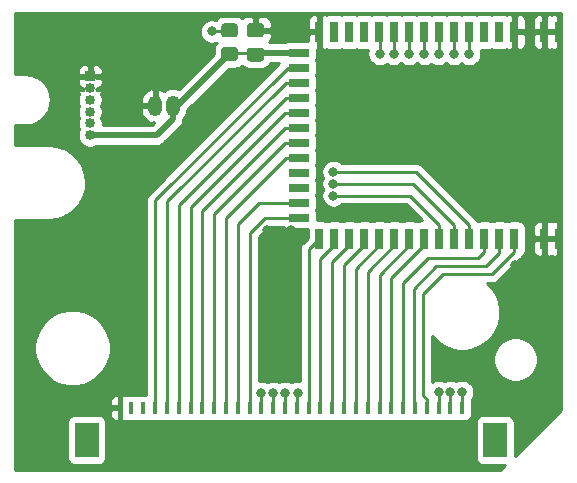
<source format=gbr>
G04 #@! TF.GenerationSoftware,KiCad,Pcbnew,5.1.8*
G04 #@! TF.CreationDate,2020-11-29T11:20:09+01:00*
G04 #@! TF.ProjectId,mssculpt,6d737363-756c-4707-942e-6b696361645f,rev?*
G04 #@! TF.SameCoordinates,Original*
G04 #@! TF.FileFunction,Copper,L1,Top*
G04 #@! TF.FilePolarity,Positive*
%FSLAX46Y46*%
G04 Gerber Fmt 4.6, Leading zero omitted, Abs format (unit mm)*
G04 Created by KiCad (PCBNEW 5.1.8) date 2020-11-29 11:20:09*
%MOMM*%
%LPD*%
G01*
G04 APERTURE LIST*
G04 #@! TA.AperFunction,ComponentPad*
%ADD10O,1.200000X1.750000*%
G04 #@! TD*
G04 #@! TA.AperFunction,SMDPad,CuDef*
%ADD11R,0.700000X1.800000*%
G04 #@! TD*
G04 #@! TA.AperFunction,SMDPad,CuDef*
%ADD12R,1.800000X0.700000*%
G04 #@! TD*
G04 #@! TA.AperFunction,ComponentPad*
%ADD13R,0.850000X0.850000*%
G04 #@! TD*
G04 #@! TA.AperFunction,ComponentPad*
%ADD14O,0.850000X0.850000*%
G04 #@! TD*
G04 #@! TA.AperFunction,SMDPad,CuDef*
%ADD15R,2.000000X3.000000*%
G04 #@! TD*
G04 #@! TA.AperFunction,SMDPad,CuDef*
%ADD16R,0.400000X1.000000*%
G04 #@! TD*
G04 #@! TA.AperFunction,ViaPad*
%ADD17C,0.800000*%
G04 #@! TD*
G04 #@! TA.AperFunction,Conductor*
%ADD18C,0.250000*%
G04 #@! TD*
G04 #@! TA.AperFunction,Conductor*
%ADD19C,0.500000*%
G04 #@! TD*
G04 #@! TA.AperFunction,Conductor*
%ADD20C,0.254000*%
G04 #@! TD*
G04 #@! TA.AperFunction,Conductor*
%ADD21C,0.100000*%
G04 #@! TD*
G04 APERTURE END LIST*
D10*
X162500000Y-88500000D03*
X164000000Y-88500000D03*
D11*
X196720000Y-82250000D03*
X195450000Y-82250000D03*
X192910000Y-82250000D03*
X191640000Y-82250000D03*
X190370000Y-82250000D03*
X189100000Y-82250000D03*
X187830000Y-82250000D03*
X186560000Y-82250000D03*
X185290000Y-82250000D03*
X184020000Y-82250000D03*
X182750000Y-82250000D03*
X181480000Y-82250000D03*
X180210000Y-82250000D03*
X178940000Y-82250000D03*
X177670000Y-82250000D03*
X176400000Y-82250000D03*
D12*
X174650000Y-84015000D03*
X174650000Y-85285000D03*
X174650000Y-86555000D03*
X174650000Y-87825000D03*
X174650000Y-89095000D03*
X174650000Y-90365000D03*
X174650000Y-91635000D03*
X174650000Y-92905000D03*
X174650000Y-94175000D03*
X174650000Y-95445000D03*
X174650000Y-96715000D03*
X174650000Y-97985000D03*
D11*
X176400000Y-99750000D03*
X177670000Y-99750000D03*
X178940000Y-99750000D03*
X180210000Y-99750000D03*
X181480000Y-99750000D03*
X182750000Y-99750000D03*
X184020000Y-99750000D03*
X185290000Y-99750000D03*
X186560000Y-99750000D03*
X187830000Y-99750000D03*
X189100000Y-99750000D03*
X190370000Y-99750000D03*
X191640000Y-99750000D03*
X192910000Y-99750000D03*
X195450000Y-99750000D03*
X196720000Y-99750000D03*
D13*
X157000000Y-86000000D03*
D14*
X157000000Y-87000000D03*
X157000000Y-88000000D03*
X157000000Y-89000000D03*
X157000000Y-90000000D03*
X157000000Y-91000000D03*
D15*
X156700000Y-116790000D03*
X191300000Y-116790000D03*
D16*
X159500000Y-114090000D03*
X160500000Y-114090000D03*
X161500000Y-114090000D03*
X162500000Y-114090000D03*
X163500000Y-114090000D03*
X164500000Y-114090000D03*
X165500000Y-114090000D03*
X166500000Y-114090000D03*
X167500000Y-114090000D03*
X168500000Y-114090000D03*
X169500000Y-114090000D03*
X170500000Y-114090000D03*
X171500000Y-114090000D03*
X172500000Y-114090000D03*
X173500000Y-114090000D03*
X174500000Y-114090000D03*
X175500000Y-114090000D03*
X176500000Y-114090000D03*
X177500000Y-114090000D03*
X178500000Y-114090000D03*
X179500000Y-114090000D03*
X180500000Y-114090000D03*
X181500000Y-114090000D03*
X182500000Y-114090000D03*
X183500000Y-114090000D03*
X184500000Y-114090000D03*
X185500000Y-114090000D03*
X186500000Y-114090000D03*
X187500000Y-114090000D03*
X188500000Y-114090000D03*
G04 #@! TA.AperFunction,SMDPad,CuDef*
G36*
G01*
X170525000Y-81512500D02*
X171475000Y-81512500D01*
G75*
G02*
X171725000Y-81762500I0J-250000D01*
G01*
X171725000Y-82437500D01*
G75*
G02*
X171475000Y-82687500I-250000J0D01*
G01*
X170525000Y-82687500D01*
G75*
G02*
X170275000Y-82437500I0J250000D01*
G01*
X170275000Y-81762500D01*
G75*
G02*
X170525000Y-81512500I250000J0D01*
G01*
G37*
G04 #@! TD.AperFunction*
G04 #@! TA.AperFunction,SMDPad,CuDef*
G36*
G01*
X170525000Y-83587500D02*
X171475000Y-83587500D01*
G75*
G02*
X171725000Y-83837500I0J-250000D01*
G01*
X171725000Y-84512500D01*
G75*
G02*
X171475000Y-84762500I-250000J0D01*
G01*
X170525000Y-84762500D01*
G75*
G02*
X170275000Y-84512500I0J250000D01*
G01*
X170275000Y-83837500D01*
G75*
G02*
X170525000Y-83587500I250000J0D01*
G01*
G37*
G04 #@! TD.AperFunction*
G04 #@! TA.AperFunction,SMDPad,CuDef*
G36*
G01*
X168349999Y-81512500D02*
X169250001Y-81512500D01*
G75*
G02*
X169500000Y-81762499I0J-249999D01*
G01*
X169500000Y-82462501D01*
G75*
G02*
X169250001Y-82712500I-249999J0D01*
G01*
X168349999Y-82712500D01*
G75*
G02*
X168100000Y-82462501I0J249999D01*
G01*
X168100000Y-81762499D01*
G75*
G02*
X168349999Y-81512500I249999J0D01*
G01*
G37*
G04 #@! TD.AperFunction*
G04 #@! TA.AperFunction,SMDPad,CuDef*
G36*
G01*
X168349999Y-83512500D02*
X169250001Y-83512500D01*
G75*
G02*
X169500000Y-83762499I0J-249999D01*
G01*
X169500000Y-84462501D01*
G75*
G02*
X169250001Y-84712500I-249999J0D01*
G01*
X168349999Y-84712500D01*
G75*
G02*
X168100000Y-84462501I0J249999D01*
G01*
X168100000Y-83762499D01*
G75*
G02*
X168349999Y-83512500I249999J0D01*
G01*
G37*
G04 #@! TD.AperFunction*
D17*
X152000000Y-82000000D03*
X154000000Y-82000000D03*
X156000000Y-82000000D03*
X158000000Y-82000000D03*
X160000000Y-82000000D03*
X162000000Y-82000000D03*
X164000000Y-82000000D03*
X152000000Y-84000000D03*
X154000000Y-84000000D03*
X160000000Y-84000000D03*
X162000000Y-84000000D03*
X164000000Y-84000000D03*
X154000000Y-86000000D03*
X154000000Y-88000000D03*
X154000000Y-90000000D03*
X152000000Y-99000000D03*
X154000000Y-99000000D03*
X154000000Y-101000000D03*
X152000000Y-101000000D03*
X152000000Y-103000000D03*
X154000000Y-103000000D03*
X154000000Y-105000000D03*
X152000000Y-105000000D03*
X152000000Y-107000000D03*
X156000000Y-105000000D03*
X156000000Y-103000000D03*
X156000000Y-101000000D03*
X156000000Y-99000000D03*
X158000000Y-99000000D03*
X158000000Y-101000000D03*
X158000000Y-103000000D03*
X158000000Y-105000000D03*
X158000000Y-97000000D03*
X158000000Y-95000000D03*
X158000000Y-93000000D03*
X160000000Y-93000000D03*
X160000000Y-95000000D03*
X160000000Y-97000000D03*
X160000000Y-99000000D03*
X160000000Y-101000000D03*
X160000000Y-103000000D03*
X160000000Y-105000000D03*
X160000000Y-107000000D03*
X160000000Y-109000000D03*
X160000000Y-111000000D03*
X152000000Y-109000000D03*
X152000000Y-111000000D03*
X152000000Y-113000000D03*
X154000000Y-113000000D03*
X156000000Y-113000000D03*
X158000000Y-113000000D03*
X152000000Y-115000000D03*
X152000000Y-117000000D03*
X154000000Y-117000000D03*
X154000000Y-115000000D03*
X174000000Y-103000000D03*
X172000000Y-103000000D03*
X172000000Y-105000000D03*
X174000000Y-105000000D03*
X174000000Y-107000000D03*
X172000000Y-107000000D03*
X172000000Y-109000000D03*
X172000000Y-99000000D03*
X174000000Y-99000000D03*
X196500000Y-102000000D03*
X195000000Y-102000000D03*
X195000000Y-104000000D03*
X196500000Y-104000000D03*
X196500000Y-106000000D03*
X195000000Y-106000000D03*
X196500000Y-108000000D03*
X196500000Y-110000000D03*
X196500000Y-112000000D03*
X195000000Y-114000000D03*
X193000000Y-114000000D03*
X191000000Y-114000000D03*
X193000000Y-102000000D03*
X193000000Y-104000000D03*
X193000000Y-106000000D03*
X196000000Y-85000000D03*
X194000000Y-85000000D03*
X192000000Y-85000000D03*
X192000000Y-87000000D03*
X194000000Y-87000000D03*
X196000000Y-87000000D03*
X196000000Y-89000000D03*
X194000000Y-89000000D03*
X192000000Y-89000000D03*
X192000000Y-91000000D03*
X194000000Y-91000000D03*
X196000000Y-91000000D03*
X196000000Y-93000000D03*
X194000000Y-93000000D03*
X192000000Y-93000000D03*
X192000000Y-95000000D03*
X194000000Y-95000000D03*
X196000000Y-95000000D03*
X196000000Y-97000000D03*
X194000000Y-97000000D03*
X192000000Y-97000000D03*
X186000000Y-88000000D03*
X186000000Y-90000000D03*
X186000000Y-92000000D03*
X178000000Y-85000000D03*
X178000000Y-87000000D03*
X178000000Y-89000000D03*
X178000000Y-91000000D03*
X168000000Y-87000000D03*
X170000000Y-87000000D03*
X168000000Y-89000000D03*
X172000000Y-101000000D03*
X174000000Y-101000000D03*
X172000000Y-111000000D03*
X174000000Y-109000000D03*
X171500000Y-112800000D03*
X181500000Y-84100000D03*
X182700000Y-84100000D03*
X172512660Y-112812660D03*
X184000000Y-84100000D03*
X173519035Y-112806285D03*
X185300000Y-84100000D03*
X174612660Y-112812660D03*
X186500000Y-112750000D03*
X186500000Y-84100000D03*
X187500000Y-112750000D03*
X187800000Y-84100000D03*
X188500000Y-112750000D03*
X189100000Y-84100000D03*
X167300000Y-82200000D03*
X177600000Y-94100000D03*
X177600000Y-95100000D03*
X177600000Y-96100000D03*
D18*
X171015000Y-84015000D02*
X171000000Y-84000000D01*
D19*
X174650000Y-84015000D02*
X171015000Y-84015000D01*
D18*
X168825000Y-84000000D02*
X168800000Y-84025000D01*
X171000000Y-84000000D02*
X168825000Y-84000000D01*
D19*
X164000000Y-89625000D02*
X164000000Y-88500000D01*
X162625000Y-91000000D02*
X164000000Y-89625000D01*
X157000000Y-91000000D02*
X162625000Y-91000000D01*
X164325000Y-88500000D02*
X168800000Y-84025000D01*
X164000000Y-88500000D02*
X164325000Y-88500000D01*
D18*
X173715000Y-85285000D02*
X174650000Y-85285000D01*
X162500000Y-96500000D02*
X173715000Y-85285000D01*
X162500000Y-114090000D02*
X162500000Y-96500000D01*
X173545000Y-86555000D02*
X174650000Y-86555000D01*
X163500000Y-96600000D02*
X173545000Y-86555000D01*
X163500000Y-114090000D02*
X163500000Y-96600000D01*
X173575000Y-87825000D02*
X174650000Y-87825000D01*
X164500000Y-96900000D02*
X173575000Y-87825000D01*
X164500000Y-114090000D02*
X164500000Y-96900000D01*
X173500000Y-89095000D02*
X174650000Y-89095000D01*
X165500000Y-97095000D02*
X173500000Y-89095000D01*
X165500000Y-114090000D02*
X165500000Y-97095000D01*
X173535000Y-90365000D02*
X174650000Y-90365000D01*
X166500000Y-97400000D02*
X173535000Y-90365000D01*
X166500000Y-114090000D02*
X166500000Y-97400000D01*
X173500000Y-91635000D02*
X174650000Y-91635000D01*
X167500000Y-97635000D02*
X173500000Y-91635000D01*
X167500000Y-114090000D02*
X167500000Y-97635000D01*
X173595000Y-92905000D02*
X174650000Y-92905000D01*
X168500000Y-98000000D02*
X173595000Y-92905000D01*
X168500000Y-114090000D02*
X168500000Y-98000000D01*
X171285000Y-96715000D02*
X174650000Y-96715000D01*
X169500000Y-98500000D02*
X171285000Y-96715000D01*
X169500000Y-114090000D02*
X169500000Y-98500000D01*
X171815000Y-97985000D02*
X174650000Y-97985000D01*
X170500000Y-99300000D02*
X171815000Y-97985000D01*
X170500000Y-114090000D02*
X170500000Y-99300000D01*
X171500000Y-114090000D02*
X171500000Y-112800000D01*
X181500000Y-82270000D02*
X181480000Y-82250000D01*
X181500000Y-84100000D02*
X181500000Y-82270000D01*
X182700000Y-82300000D02*
X182750000Y-82250000D01*
X182700000Y-84100000D02*
X182700000Y-82300000D01*
X172500000Y-114090000D02*
X172500000Y-112825320D01*
X172500000Y-112825320D02*
X172512660Y-112812660D01*
X184000000Y-82270000D02*
X184020000Y-82250000D01*
X184000000Y-84100000D02*
X184000000Y-82270000D01*
X173500000Y-114090000D02*
X173500000Y-112825320D01*
X173500000Y-112825320D02*
X173519035Y-112806285D01*
X185300000Y-82260000D02*
X185290000Y-82250000D01*
X185300000Y-84100000D02*
X185300000Y-82260000D01*
X174500000Y-114090000D02*
X174500000Y-112925320D01*
X174500000Y-112925320D02*
X174612660Y-112812660D01*
X175500000Y-100650000D02*
X176400000Y-99750000D01*
X175500000Y-114090000D02*
X175500000Y-100650000D01*
X177670000Y-100300000D02*
X177670000Y-99750000D01*
X176500000Y-101470000D02*
X177670000Y-100300000D01*
X176500000Y-114090000D02*
X176500000Y-101470000D01*
X178940000Y-100300000D02*
X178940000Y-99750000D01*
X177500000Y-101740000D02*
X178940000Y-100300000D01*
X177500000Y-114090000D02*
X177500000Y-101740000D01*
X178500000Y-102010000D02*
X180210000Y-100300000D01*
X180210000Y-100300000D02*
X180210000Y-99750000D01*
X178500000Y-114090000D02*
X178500000Y-102010000D01*
X181480000Y-100300000D02*
X181480000Y-99750000D01*
X179500000Y-102280000D02*
X181480000Y-100300000D01*
X179500000Y-114090000D02*
X179500000Y-102280000D01*
X182750000Y-100300000D02*
X182750000Y-99750000D01*
X180500000Y-102550000D02*
X182750000Y-100300000D01*
X180500000Y-114090000D02*
X180500000Y-102550000D01*
X184020000Y-100300000D02*
X184020000Y-99750000D01*
X181500000Y-102820000D02*
X184020000Y-100300000D01*
X181500000Y-114090000D02*
X181500000Y-102820000D01*
X185290000Y-100300000D02*
X185290000Y-99750000D01*
X182500000Y-103090000D02*
X185290000Y-100300000D01*
X182500000Y-114090000D02*
X182500000Y-103090000D01*
X189870000Y-101400000D02*
X190370000Y-100900000D01*
X185600000Y-101400000D02*
X189870000Y-101400000D01*
X190370000Y-100900000D02*
X190370000Y-99750000D01*
X183500000Y-103500000D02*
X185600000Y-101400000D01*
X183500000Y-114090000D02*
X183500000Y-103500000D01*
X191640000Y-100996411D02*
X191640000Y-99750000D01*
X190536411Y-102100000D02*
X191640000Y-100996411D01*
X186300000Y-102100000D02*
X190536411Y-102100000D01*
X184400000Y-104000000D02*
X186300000Y-102100000D01*
X184400000Y-113990000D02*
X184400000Y-104000000D01*
X184500000Y-114090000D02*
X184400000Y-113990000D01*
X185500000Y-114090000D02*
X185500000Y-113340000D01*
X186888500Y-102774999D02*
X191035001Y-102774999D01*
X185500000Y-113340000D02*
X185200000Y-113040000D01*
X192910000Y-100900000D02*
X192910000Y-99750000D01*
X185200000Y-113040000D02*
X185200000Y-104463499D01*
X185200000Y-104463499D02*
X186888500Y-102774999D01*
X191035001Y-102774999D02*
X192910000Y-100900000D01*
X186500000Y-114090000D02*
X186500000Y-112750000D01*
X186500000Y-82310000D02*
X186560000Y-82250000D01*
X186500000Y-84100000D02*
X186500000Y-82310000D01*
X187500000Y-114090000D02*
X187500000Y-112750000D01*
X187750000Y-82330000D02*
X187830000Y-82250000D01*
X187800000Y-82280000D02*
X187830000Y-82250000D01*
X187800000Y-84100000D02*
X187800000Y-82280000D01*
X168800000Y-82200000D02*
X168900000Y-82200000D01*
X188500000Y-114090000D02*
X188500000Y-112750000D01*
X189000000Y-82350000D02*
X189100000Y-82250000D01*
X189100000Y-84100000D02*
X189100000Y-82250000D01*
X168800000Y-82200000D02*
X167300000Y-82200000D01*
X184600000Y-94100000D02*
X177600000Y-94100000D01*
X189100000Y-98600000D02*
X184600000Y-94100000D01*
X189100000Y-99750000D02*
X189100000Y-98600000D01*
X187830000Y-98600000D02*
X187830000Y-99750000D01*
X184330000Y-95100000D02*
X187830000Y-98600000D01*
X177600000Y-95100000D02*
X184330000Y-95100000D01*
X186560000Y-98600000D02*
X186560000Y-99750000D01*
X184060000Y-96100000D02*
X186560000Y-98600000D01*
X177600000Y-96100000D02*
X184060000Y-96100000D01*
D20*
X196840001Y-99967572D02*
X196840000Y-99967582D01*
X196840001Y-114226618D01*
X192938072Y-118128548D01*
X192938072Y-115290000D01*
X192925812Y-115165518D01*
X192889502Y-115045820D01*
X192830537Y-114935506D01*
X192751185Y-114838815D01*
X192654494Y-114759463D01*
X192544180Y-114700498D01*
X192424482Y-114664188D01*
X192300000Y-114651928D01*
X190300000Y-114651928D01*
X190175518Y-114664188D01*
X190055820Y-114700498D01*
X189945506Y-114759463D01*
X189848815Y-114838815D01*
X189769463Y-114935506D01*
X189710498Y-115045820D01*
X189674188Y-115165518D01*
X189661928Y-115290000D01*
X189661928Y-118290000D01*
X189674188Y-118414482D01*
X189710498Y-118534180D01*
X189769463Y-118644494D01*
X189848815Y-118741185D01*
X189945506Y-118820537D01*
X190055820Y-118879502D01*
X190175518Y-118915812D01*
X190300000Y-118928072D01*
X192138548Y-118928072D01*
X191726620Y-119340000D01*
X150660000Y-119340000D01*
X150660000Y-115290000D01*
X155061928Y-115290000D01*
X155061928Y-118290000D01*
X155074188Y-118414482D01*
X155110498Y-118534180D01*
X155169463Y-118644494D01*
X155248815Y-118741185D01*
X155345506Y-118820537D01*
X155455820Y-118879502D01*
X155575518Y-118915812D01*
X155700000Y-118928072D01*
X157700000Y-118928072D01*
X157824482Y-118915812D01*
X157944180Y-118879502D01*
X158054494Y-118820537D01*
X158151185Y-118741185D01*
X158230537Y-118644494D01*
X158289502Y-118534180D01*
X158325812Y-118414482D01*
X158338072Y-118290000D01*
X158338072Y-115290000D01*
X158325812Y-115165518D01*
X158289502Y-115045820D01*
X158230537Y-114935506D01*
X158151185Y-114838815D01*
X158054494Y-114759463D01*
X157944180Y-114700498D01*
X157824482Y-114664188D01*
X157700000Y-114651928D01*
X155700000Y-114651928D01*
X155575518Y-114664188D01*
X155455820Y-114700498D01*
X155345506Y-114759463D01*
X155248815Y-114838815D01*
X155169463Y-114935506D01*
X155110498Y-115045820D01*
X155074188Y-115165518D01*
X155061928Y-115290000D01*
X150660000Y-115290000D01*
X150660000Y-114577612D01*
X158662048Y-114577612D01*
X158671889Y-114702308D01*
X158705869Y-114822688D01*
X158762680Y-114934126D01*
X158840140Y-115032340D01*
X158935272Y-115113555D01*
X159044421Y-115174650D01*
X159163391Y-115213277D01*
X159268250Y-115225000D01*
X159427000Y-115066250D01*
X159427000Y-114217000D01*
X158823750Y-114217000D01*
X158665000Y-114375750D01*
X158662048Y-114577612D01*
X150660000Y-114577612D01*
X150660000Y-113602388D01*
X158662048Y-113602388D01*
X158665000Y-113804250D01*
X158823750Y-113963000D01*
X159427000Y-113963000D01*
X159427000Y-113113750D01*
X159268250Y-112955000D01*
X159163391Y-112966723D01*
X159044421Y-113005350D01*
X158935272Y-113066445D01*
X158840140Y-113147660D01*
X158762680Y-113245874D01*
X158705869Y-113357312D01*
X158671889Y-113477692D01*
X158662048Y-113602388D01*
X150660000Y-113602388D01*
X150660000Y-108682168D01*
X152273000Y-108682168D01*
X152273000Y-109317832D01*
X152397012Y-109941281D01*
X152640270Y-110528558D01*
X152993425Y-111057093D01*
X153442907Y-111506575D01*
X153971442Y-111859730D01*
X154558719Y-112102988D01*
X155182168Y-112227000D01*
X155817832Y-112227000D01*
X156441281Y-112102988D01*
X157028558Y-111859730D01*
X157557093Y-111506575D01*
X158006575Y-111057093D01*
X158359730Y-110528558D01*
X158602988Y-109941281D01*
X158727000Y-109317832D01*
X158727000Y-108682168D01*
X158602988Y-108058719D01*
X158359730Y-107471442D01*
X158006575Y-106942907D01*
X157557093Y-106493425D01*
X157028558Y-106140270D01*
X156441281Y-105897012D01*
X155817832Y-105773000D01*
X155182168Y-105773000D01*
X154558719Y-105897012D01*
X153971442Y-106140270D01*
X153442907Y-106493425D01*
X152993425Y-106942907D01*
X152640270Y-107471442D01*
X152397012Y-108058719D01*
X152273000Y-108682168D01*
X150660000Y-108682168D01*
X150660000Y-98160000D01*
X153532419Y-98160000D01*
X153534718Y-98159774D01*
X153539519Y-98159740D01*
X153569333Y-98156606D01*
X153599309Y-98156606D01*
X153608474Y-98155643D01*
X154093348Y-98101256D01*
X154151863Y-98088818D01*
X154210540Y-98077200D01*
X154219343Y-98074475D01*
X154684419Y-97926944D01*
X154739391Y-97903383D01*
X154794706Y-97880584D01*
X154802812Y-97876201D01*
X155230374Y-97641147D01*
X155279736Y-97607348D01*
X155329558Y-97574247D01*
X155336658Y-97568373D01*
X155710423Y-97254747D01*
X155752286Y-97211997D01*
X155794721Y-97169858D01*
X155800545Y-97162717D01*
X156106274Y-96782467D01*
X156139034Y-96732404D01*
X156172479Y-96682820D01*
X156176805Y-96674683D01*
X156402854Y-96242291D01*
X156425250Y-96186859D01*
X156448444Y-96131683D01*
X156451107Y-96122861D01*
X156588865Y-95654798D01*
X156600066Y-95596079D01*
X156612103Y-95537442D01*
X156613002Y-95528271D01*
X156657223Y-95042365D01*
X156656805Y-94982547D01*
X156657223Y-94922730D01*
X156656323Y-94913558D01*
X156605322Y-94428316D01*
X156593302Y-94369760D01*
X156582086Y-94310959D01*
X156579422Y-94302138D01*
X156435142Y-93836044D01*
X156411954Y-93780881D01*
X156389552Y-93725435D01*
X156385226Y-93717299D01*
X156153162Y-93288106D01*
X156119729Y-93238539D01*
X156086958Y-93188460D01*
X156081134Y-93181319D01*
X155770125Y-92805374D01*
X155727708Y-92763252D01*
X155685826Y-92720483D01*
X155678725Y-92714610D01*
X155300618Y-92406233D01*
X155250809Y-92373141D01*
X155201437Y-92339334D01*
X155193331Y-92334952D01*
X154762527Y-92105890D01*
X154707233Y-92083099D01*
X154652240Y-92059529D01*
X154643437Y-92056804D01*
X154176347Y-91915781D01*
X154117653Y-91904159D01*
X154059156Y-91891725D01*
X154049991Y-91890762D01*
X153564405Y-91843150D01*
X153564402Y-91843150D01*
X153532419Y-91840000D01*
X150660000Y-91840000D01*
X150660000Y-90160000D01*
X151532419Y-90160000D01*
X151565884Y-90156704D01*
X151585349Y-90156704D01*
X151594514Y-90155741D01*
X151885438Y-90123108D01*
X151943941Y-90110672D01*
X152002629Y-90099052D01*
X152011432Y-90096327D01*
X152290476Y-90007809D01*
X152345412Y-89984263D01*
X152400764Y-89961449D01*
X152408870Y-89957065D01*
X152665408Y-89816032D01*
X152714753Y-89782245D01*
X152764591Y-89749133D01*
X152771691Y-89743259D01*
X152995949Y-89555084D01*
X153037793Y-89512354D01*
X153080248Y-89470195D01*
X153086072Y-89463053D01*
X153269509Y-89234903D01*
X153302251Y-89184869D01*
X153335714Y-89135258D01*
X153340040Y-89127122D01*
X153475670Y-88867687D01*
X153498082Y-88812215D01*
X153521260Y-88757077D01*
X153523923Y-88748255D01*
X153606578Y-88467417D01*
X153617785Y-88408669D01*
X153629816Y-88350059D01*
X153630715Y-88340888D01*
X153657247Y-88049344D01*
X153656829Y-87989528D01*
X153657247Y-87929712D01*
X153656348Y-87920541D01*
X153625748Y-87629395D01*
X153613710Y-87570753D01*
X153602510Y-87512037D01*
X153599847Y-87503216D01*
X153513279Y-87223560D01*
X153490101Y-87168422D01*
X153467689Y-87112950D01*
X153463362Y-87104814D01*
X153324123Y-86847298D01*
X153290701Y-86797749D01*
X153257920Y-86747653D01*
X153252095Y-86740512D01*
X153065490Y-86514945D01*
X153023054Y-86472804D01*
X152981191Y-86430055D01*
X152975081Y-86425000D01*
X155936928Y-86425000D01*
X155949188Y-86549482D01*
X155985498Y-86669180D01*
X155990168Y-86677917D01*
X155980460Y-86709938D01*
X156107743Y-86873000D01*
X156121201Y-86873000D01*
X156123815Y-86876185D01*
X156220506Y-86955537D01*
X156330820Y-87014502D01*
X156450518Y-87050812D01*
X156507969Y-87056470D01*
X156497902Y-87060640D01*
X156398587Y-87127000D01*
X156107743Y-87127000D01*
X155980460Y-87290062D01*
X155991128Y-87325250D01*
X156063994Y-87492882D01*
X156060640Y-87497902D01*
X155980735Y-87690809D01*
X155940000Y-87895599D01*
X155940000Y-88104401D01*
X155980735Y-88309191D01*
X156059771Y-88500000D01*
X155980735Y-88690809D01*
X155940000Y-88895599D01*
X155940000Y-89104401D01*
X155980735Y-89309191D01*
X156059771Y-89500000D01*
X155980735Y-89690809D01*
X155940000Y-89895599D01*
X155940000Y-90104401D01*
X155980735Y-90309191D01*
X156059771Y-90500000D01*
X155980735Y-90690809D01*
X155940000Y-90895599D01*
X155940000Y-91104401D01*
X155980735Y-91309191D01*
X156060640Y-91502098D01*
X156176644Y-91675711D01*
X156324289Y-91823356D01*
X156497902Y-91939360D01*
X156690809Y-92019265D01*
X156895599Y-92060000D01*
X157104401Y-92060000D01*
X157309191Y-92019265D01*
X157502098Y-91939360D01*
X157583454Y-91885000D01*
X162581531Y-91885000D01*
X162625000Y-91889281D01*
X162668469Y-91885000D01*
X162668477Y-91885000D01*
X162798490Y-91872195D01*
X162965313Y-91821589D01*
X163119059Y-91739411D01*
X163253817Y-91628817D01*
X163281534Y-91595044D01*
X164595050Y-90281529D01*
X164628817Y-90253817D01*
X164659842Y-90216014D01*
X164739411Y-90119059D01*
X164821589Y-89965314D01*
X164872195Y-89798490D01*
X164877056Y-89749133D01*
X164885000Y-89668477D01*
X164885000Y-89668469D01*
X164887809Y-89639942D01*
X165031833Y-89464449D01*
X165146511Y-89249900D01*
X165217130Y-89017101D01*
X165234354Y-88842224D01*
X168726007Y-85350572D01*
X169250001Y-85350572D01*
X169423255Y-85333508D01*
X169589851Y-85282972D01*
X169743387Y-85200905D01*
X169864841Y-85101230D01*
X169897038Y-85140462D01*
X170031614Y-85250905D01*
X170185150Y-85332972D01*
X170351746Y-85383508D01*
X170525000Y-85400572D01*
X171475000Y-85400572D01*
X171648254Y-85383508D01*
X171814850Y-85332972D01*
X171968386Y-85250905D01*
X172102962Y-85140462D01*
X172213405Y-85005886D01*
X172270002Y-84900000D01*
X173025198Y-84900000D01*
X161988998Y-95936201D01*
X161960000Y-95959999D01*
X161936202Y-95988997D01*
X161936201Y-95988998D01*
X161865026Y-96075724D01*
X161794454Y-96207754D01*
X161769286Y-96290724D01*
X161750998Y-96351014D01*
X161747700Y-96384502D01*
X161736324Y-96500000D01*
X161740001Y-96537333D01*
X161740000Y-112955868D01*
X161700000Y-112951928D01*
X161300000Y-112951928D01*
X161175518Y-112964188D01*
X161055820Y-113000498D01*
X161000000Y-113030335D01*
X160944180Y-113000498D01*
X160824482Y-112964188D01*
X160700000Y-112951928D01*
X160300000Y-112951928D01*
X160175518Y-112964188D01*
X160055820Y-113000498D01*
X160000110Y-113030276D01*
X159955579Y-113005350D01*
X159836609Y-112966723D01*
X159731750Y-112955000D01*
X159573000Y-113113750D01*
X159573000Y-113963000D01*
X159647000Y-113963000D01*
X159647000Y-114217000D01*
X159573000Y-114217000D01*
X159573000Y-115066250D01*
X159731750Y-115225000D01*
X159836609Y-115213277D01*
X159955579Y-115174650D01*
X160000110Y-115149724D01*
X160055820Y-115179502D01*
X160175518Y-115215812D01*
X160300000Y-115228072D01*
X160700000Y-115228072D01*
X160824482Y-115215812D01*
X160944180Y-115179502D01*
X161000000Y-115149665D01*
X161055820Y-115179502D01*
X161175518Y-115215812D01*
X161300000Y-115228072D01*
X161700000Y-115228072D01*
X161824482Y-115215812D01*
X161944180Y-115179502D01*
X162000000Y-115149665D01*
X162055820Y-115179502D01*
X162175518Y-115215812D01*
X162300000Y-115228072D01*
X162700000Y-115228072D01*
X162824482Y-115215812D01*
X162944180Y-115179502D01*
X163000000Y-115149665D01*
X163055820Y-115179502D01*
X163175518Y-115215812D01*
X163300000Y-115228072D01*
X163700000Y-115228072D01*
X163824482Y-115215812D01*
X163944180Y-115179502D01*
X164000000Y-115149665D01*
X164055820Y-115179502D01*
X164175518Y-115215812D01*
X164300000Y-115228072D01*
X164700000Y-115228072D01*
X164824482Y-115215812D01*
X164944180Y-115179502D01*
X165000000Y-115149665D01*
X165055820Y-115179502D01*
X165175518Y-115215812D01*
X165300000Y-115228072D01*
X165700000Y-115228072D01*
X165824482Y-115215812D01*
X165944180Y-115179502D01*
X166000000Y-115149665D01*
X166055820Y-115179502D01*
X166175518Y-115215812D01*
X166300000Y-115228072D01*
X166700000Y-115228072D01*
X166824482Y-115215812D01*
X166944180Y-115179502D01*
X167000000Y-115149665D01*
X167055820Y-115179502D01*
X167175518Y-115215812D01*
X167300000Y-115228072D01*
X167700000Y-115228072D01*
X167824482Y-115215812D01*
X167944180Y-115179502D01*
X168000000Y-115149665D01*
X168055820Y-115179502D01*
X168175518Y-115215812D01*
X168300000Y-115228072D01*
X168700000Y-115228072D01*
X168824482Y-115215812D01*
X168944180Y-115179502D01*
X169000000Y-115149665D01*
X169055820Y-115179502D01*
X169175518Y-115215812D01*
X169300000Y-115228072D01*
X169700000Y-115228072D01*
X169824482Y-115215812D01*
X169944180Y-115179502D01*
X170000000Y-115149665D01*
X170055820Y-115179502D01*
X170175518Y-115215812D01*
X170300000Y-115228072D01*
X170700000Y-115228072D01*
X170824482Y-115215812D01*
X170944180Y-115179502D01*
X171000000Y-115149665D01*
X171055820Y-115179502D01*
X171175518Y-115215812D01*
X171300000Y-115228072D01*
X171700000Y-115228072D01*
X171824482Y-115215812D01*
X171944180Y-115179502D01*
X172000000Y-115149665D01*
X172055820Y-115179502D01*
X172175518Y-115215812D01*
X172300000Y-115228072D01*
X172700000Y-115228072D01*
X172824482Y-115215812D01*
X172944180Y-115179502D01*
X173000000Y-115149665D01*
X173055820Y-115179502D01*
X173175518Y-115215812D01*
X173300000Y-115228072D01*
X173700000Y-115228072D01*
X173824482Y-115215812D01*
X173944180Y-115179502D01*
X174000000Y-115149665D01*
X174055820Y-115179502D01*
X174175518Y-115215812D01*
X174300000Y-115228072D01*
X174700000Y-115228072D01*
X174824482Y-115215812D01*
X174944180Y-115179502D01*
X175000000Y-115149665D01*
X175055820Y-115179502D01*
X175175518Y-115215812D01*
X175300000Y-115228072D01*
X175700000Y-115228072D01*
X175824482Y-115215812D01*
X175944180Y-115179502D01*
X176000000Y-115149665D01*
X176055820Y-115179502D01*
X176175518Y-115215812D01*
X176300000Y-115228072D01*
X176700000Y-115228072D01*
X176824482Y-115215812D01*
X176944180Y-115179502D01*
X177000000Y-115149665D01*
X177055820Y-115179502D01*
X177175518Y-115215812D01*
X177300000Y-115228072D01*
X177700000Y-115228072D01*
X177824482Y-115215812D01*
X177944180Y-115179502D01*
X178000000Y-115149665D01*
X178055820Y-115179502D01*
X178175518Y-115215812D01*
X178300000Y-115228072D01*
X178700000Y-115228072D01*
X178824482Y-115215812D01*
X178944180Y-115179502D01*
X179000000Y-115149665D01*
X179055820Y-115179502D01*
X179175518Y-115215812D01*
X179300000Y-115228072D01*
X179700000Y-115228072D01*
X179824482Y-115215812D01*
X179944180Y-115179502D01*
X180000000Y-115149665D01*
X180055820Y-115179502D01*
X180175518Y-115215812D01*
X180300000Y-115228072D01*
X180700000Y-115228072D01*
X180824482Y-115215812D01*
X180944180Y-115179502D01*
X181000000Y-115149665D01*
X181055820Y-115179502D01*
X181175518Y-115215812D01*
X181300000Y-115228072D01*
X181700000Y-115228072D01*
X181824482Y-115215812D01*
X181944180Y-115179502D01*
X182000000Y-115149665D01*
X182055820Y-115179502D01*
X182175518Y-115215812D01*
X182300000Y-115228072D01*
X182700000Y-115228072D01*
X182824482Y-115215812D01*
X182944180Y-115179502D01*
X183000000Y-115149665D01*
X183055820Y-115179502D01*
X183175518Y-115215812D01*
X183300000Y-115228072D01*
X183700000Y-115228072D01*
X183824482Y-115215812D01*
X183944180Y-115179502D01*
X184000000Y-115149665D01*
X184055820Y-115179502D01*
X184175518Y-115215812D01*
X184300000Y-115228072D01*
X184700000Y-115228072D01*
X184824482Y-115215812D01*
X184944180Y-115179502D01*
X185000000Y-115149665D01*
X185055820Y-115179502D01*
X185175518Y-115215812D01*
X185300000Y-115228072D01*
X185700000Y-115228072D01*
X185824482Y-115215812D01*
X185944180Y-115179502D01*
X186000000Y-115149665D01*
X186055820Y-115179502D01*
X186175518Y-115215812D01*
X186300000Y-115228072D01*
X186700000Y-115228072D01*
X186824482Y-115215812D01*
X186944180Y-115179502D01*
X187000000Y-115149665D01*
X187055820Y-115179502D01*
X187175518Y-115215812D01*
X187300000Y-115228072D01*
X187700000Y-115228072D01*
X187824482Y-115215812D01*
X187944180Y-115179502D01*
X188000000Y-115149665D01*
X188055820Y-115179502D01*
X188175518Y-115215812D01*
X188300000Y-115228072D01*
X188700000Y-115228072D01*
X188824482Y-115215812D01*
X188944180Y-115179502D01*
X189054494Y-115120537D01*
X189151185Y-115041185D01*
X189230537Y-114944494D01*
X189289502Y-114834180D01*
X189325812Y-114714482D01*
X189338072Y-114590000D01*
X189338072Y-113590000D01*
X189325812Y-113465518D01*
X189307352Y-113404663D01*
X189417205Y-113240256D01*
X189495226Y-113051898D01*
X189535000Y-112851939D01*
X189535000Y-112648061D01*
X189495226Y-112448102D01*
X189417205Y-112259744D01*
X189303937Y-112090226D01*
X189159774Y-111946063D01*
X188990256Y-111832795D01*
X188801898Y-111754774D01*
X188601939Y-111715000D01*
X188398061Y-111715000D01*
X188198102Y-111754774D01*
X188009744Y-111832795D01*
X188000000Y-111839306D01*
X187990256Y-111832795D01*
X187801898Y-111754774D01*
X187601939Y-111715000D01*
X187398061Y-111715000D01*
X187198102Y-111754774D01*
X187009744Y-111832795D01*
X187000000Y-111839306D01*
X186990256Y-111832795D01*
X186801898Y-111754774D01*
X186601939Y-111715000D01*
X186398061Y-111715000D01*
X186198102Y-111754774D01*
X186009744Y-111832795D01*
X185960000Y-111866033D01*
X185960000Y-109814344D01*
X191115000Y-109814344D01*
X191115000Y-110185656D01*
X191187439Y-110549834D01*
X191329534Y-110892882D01*
X191535825Y-111201618D01*
X191798382Y-111464175D01*
X192107118Y-111670466D01*
X192450166Y-111812561D01*
X192814344Y-111885000D01*
X193185656Y-111885000D01*
X193549834Y-111812561D01*
X193892882Y-111670466D01*
X194201618Y-111464175D01*
X194464175Y-111201618D01*
X194670466Y-110892882D01*
X194812561Y-110549834D01*
X194885000Y-110185656D01*
X194885000Y-109814344D01*
X194812561Y-109450166D01*
X194670466Y-109107118D01*
X194464175Y-108798382D01*
X194201618Y-108535825D01*
X193892882Y-108329534D01*
X193549834Y-108187439D01*
X193185656Y-108115000D01*
X192814344Y-108115000D01*
X192450166Y-108187439D01*
X192107118Y-108329534D01*
X191798382Y-108535825D01*
X191535825Y-108798382D01*
X191329534Y-109107118D01*
X191187439Y-109450166D01*
X191115000Y-109814344D01*
X185960000Y-109814344D01*
X185960000Y-108007069D01*
X185993425Y-108057093D01*
X186442907Y-108506575D01*
X186971442Y-108859730D01*
X187558719Y-109102988D01*
X188182168Y-109227000D01*
X188817832Y-109227000D01*
X189441281Y-109102988D01*
X190028558Y-108859730D01*
X190557093Y-108506575D01*
X191006575Y-108057093D01*
X191359730Y-107528558D01*
X191602988Y-106941281D01*
X191727000Y-106317832D01*
X191727000Y-105682168D01*
X191602988Y-105058719D01*
X191359730Y-104471442D01*
X191006575Y-103942907D01*
X190598667Y-103534999D01*
X190997679Y-103534999D01*
X191035001Y-103538675D01*
X191072323Y-103534999D01*
X191072334Y-103534999D01*
X191183987Y-103524002D01*
X191327248Y-103480545D01*
X191459277Y-103409973D01*
X191575002Y-103315000D01*
X191598805Y-103285996D01*
X193421004Y-101463798D01*
X193450001Y-101440001D01*
X193483648Y-101399002D01*
X193544974Y-101324277D01*
X193615546Y-101192247D01*
X193619943Y-101177753D01*
X193620624Y-101175506D01*
X193711185Y-101101185D01*
X193790537Y-101004494D01*
X193849502Y-100894180D01*
X193885812Y-100774482D01*
X193898072Y-100650000D01*
X194461928Y-100650000D01*
X194474188Y-100774482D01*
X194510498Y-100894180D01*
X194569463Y-101004494D01*
X194648815Y-101101185D01*
X194745506Y-101180537D01*
X194855820Y-101239502D01*
X194975518Y-101275812D01*
X195100000Y-101288072D01*
X195164250Y-101285000D01*
X195323000Y-101126250D01*
X195323000Y-99877000D01*
X195577000Y-99877000D01*
X195577000Y-101126250D01*
X195735750Y-101285000D01*
X195800000Y-101288072D01*
X195924482Y-101275812D01*
X196044180Y-101239502D01*
X196085000Y-101217683D01*
X196125820Y-101239502D01*
X196245518Y-101275812D01*
X196370000Y-101288072D01*
X196434250Y-101285000D01*
X196593000Y-101126250D01*
X196593000Y-99877000D01*
X195577000Y-99877000D01*
X195323000Y-99877000D01*
X194623750Y-99877000D01*
X194465000Y-100035750D01*
X194461928Y-100650000D01*
X193898072Y-100650000D01*
X193898072Y-98850000D01*
X194461928Y-98850000D01*
X194465000Y-99464250D01*
X194623750Y-99623000D01*
X195323000Y-99623000D01*
X195323000Y-98373750D01*
X195577000Y-98373750D01*
X195577000Y-99623000D01*
X196593000Y-99623000D01*
X196593000Y-98373750D01*
X196434250Y-98215000D01*
X196370000Y-98211928D01*
X196245518Y-98224188D01*
X196125820Y-98260498D01*
X196085000Y-98282317D01*
X196044180Y-98260498D01*
X195924482Y-98224188D01*
X195800000Y-98211928D01*
X195735750Y-98215000D01*
X195577000Y-98373750D01*
X195323000Y-98373750D01*
X195164250Y-98215000D01*
X195100000Y-98211928D01*
X194975518Y-98224188D01*
X194855820Y-98260498D01*
X194745506Y-98319463D01*
X194648815Y-98398815D01*
X194569463Y-98495506D01*
X194510498Y-98605820D01*
X194474188Y-98725518D01*
X194461928Y-98850000D01*
X193898072Y-98850000D01*
X193885812Y-98725518D01*
X193849502Y-98605820D01*
X193790537Y-98495506D01*
X193711185Y-98398815D01*
X193614494Y-98319463D01*
X193504180Y-98260498D01*
X193384482Y-98224188D01*
X193260000Y-98211928D01*
X192560000Y-98211928D01*
X192435518Y-98224188D01*
X192315820Y-98260498D01*
X192275000Y-98282317D01*
X192234180Y-98260498D01*
X192114482Y-98224188D01*
X191990000Y-98211928D01*
X191290000Y-98211928D01*
X191165518Y-98224188D01*
X191045820Y-98260498D01*
X191005000Y-98282317D01*
X190964180Y-98260498D01*
X190844482Y-98224188D01*
X190720000Y-98211928D01*
X190020000Y-98211928D01*
X189895518Y-98224188D01*
X189779664Y-98259332D01*
X189734974Y-98175723D01*
X189663799Y-98088997D01*
X189663798Y-98088996D01*
X189640001Y-98059999D01*
X189611003Y-98036201D01*
X185163804Y-93589003D01*
X185140001Y-93559999D01*
X185024276Y-93465026D01*
X184892247Y-93394454D01*
X184748986Y-93350997D01*
X184637333Y-93340000D01*
X184637322Y-93340000D01*
X184600000Y-93336324D01*
X184562678Y-93340000D01*
X178303711Y-93340000D01*
X178259774Y-93296063D01*
X178090256Y-93182795D01*
X177901898Y-93104774D01*
X177701939Y-93065000D01*
X177498061Y-93065000D01*
X177298102Y-93104774D01*
X177109744Y-93182795D01*
X176940226Y-93296063D01*
X176796063Y-93440226D01*
X176682795Y-93609744D01*
X176604774Y-93798102D01*
X176565000Y-93998061D01*
X176565000Y-94201939D01*
X176604774Y-94401898D01*
X176682795Y-94590256D01*
X176689306Y-94600000D01*
X176682795Y-94609744D01*
X176604774Y-94798102D01*
X176565000Y-94998061D01*
X176565000Y-95201939D01*
X176604774Y-95401898D01*
X176682795Y-95590256D01*
X176689306Y-95600000D01*
X176682795Y-95609744D01*
X176604774Y-95798102D01*
X176565000Y-95998061D01*
X176565000Y-96201939D01*
X176604774Y-96401898D01*
X176682795Y-96590256D01*
X176796063Y-96759774D01*
X176940226Y-96903937D01*
X177109744Y-97017205D01*
X177298102Y-97095226D01*
X177498061Y-97135000D01*
X177701939Y-97135000D01*
X177901898Y-97095226D01*
X178090256Y-97017205D01*
X178259774Y-96903937D01*
X178303711Y-96860000D01*
X183745199Y-96860000D01*
X185097126Y-98211928D01*
X184940000Y-98211928D01*
X184815518Y-98224188D01*
X184695820Y-98260498D01*
X184655000Y-98282317D01*
X184614180Y-98260498D01*
X184494482Y-98224188D01*
X184370000Y-98211928D01*
X183670000Y-98211928D01*
X183545518Y-98224188D01*
X183425820Y-98260498D01*
X183385000Y-98282317D01*
X183344180Y-98260498D01*
X183224482Y-98224188D01*
X183100000Y-98211928D01*
X182400000Y-98211928D01*
X182275518Y-98224188D01*
X182155820Y-98260498D01*
X182115000Y-98282317D01*
X182074180Y-98260498D01*
X181954482Y-98224188D01*
X181830000Y-98211928D01*
X181130000Y-98211928D01*
X181005518Y-98224188D01*
X180885820Y-98260498D01*
X180845000Y-98282317D01*
X180804180Y-98260498D01*
X180684482Y-98224188D01*
X180560000Y-98211928D01*
X179860000Y-98211928D01*
X179735518Y-98224188D01*
X179615820Y-98260498D01*
X179575000Y-98282317D01*
X179534180Y-98260498D01*
X179414482Y-98224188D01*
X179290000Y-98211928D01*
X178590000Y-98211928D01*
X178465518Y-98224188D01*
X178345820Y-98260498D01*
X178305000Y-98282317D01*
X178264180Y-98260498D01*
X178144482Y-98224188D01*
X178020000Y-98211928D01*
X177320000Y-98211928D01*
X177195518Y-98224188D01*
X177075820Y-98260498D01*
X177035000Y-98282317D01*
X176994180Y-98260498D01*
X176874482Y-98224188D01*
X176750000Y-98211928D01*
X176188072Y-98211928D01*
X176188072Y-97635000D01*
X176175812Y-97510518D01*
X176139502Y-97390820D01*
X176117683Y-97350000D01*
X176139502Y-97309180D01*
X176175812Y-97189482D01*
X176188072Y-97065000D01*
X176188072Y-96365000D01*
X176175812Y-96240518D01*
X176139502Y-96120820D01*
X176117683Y-96080000D01*
X176139502Y-96039180D01*
X176175812Y-95919482D01*
X176188072Y-95795000D01*
X176188072Y-95095000D01*
X176175812Y-94970518D01*
X176139502Y-94850820D01*
X176117683Y-94810000D01*
X176139502Y-94769180D01*
X176175812Y-94649482D01*
X176188072Y-94525000D01*
X176188072Y-93825000D01*
X176175812Y-93700518D01*
X176139502Y-93580820D01*
X176117683Y-93540000D01*
X176139502Y-93499180D01*
X176175812Y-93379482D01*
X176188072Y-93255000D01*
X176188072Y-92555000D01*
X176175812Y-92430518D01*
X176139502Y-92310820D01*
X176117683Y-92270000D01*
X176139502Y-92229180D01*
X176175812Y-92109482D01*
X176188072Y-91985000D01*
X176188072Y-91285000D01*
X176175812Y-91160518D01*
X176139502Y-91040820D01*
X176117683Y-91000000D01*
X176139502Y-90959180D01*
X176175812Y-90839482D01*
X176188072Y-90715000D01*
X176188072Y-90015000D01*
X176175812Y-89890518D01*
X176139502Y-89770820D01*
X176117683Y-89730000D01*
X176139502Y-89689180D01*
X176175812Y-89569482D01*
X176188072Y-89445000D01*
X176188072Y-88745000D01*
X176175812Y-88620518D01*
X176139502Y-88500820D01*
X176117683Y-88460000D01*
X176139502Y-88419180D01*
X176175812Y-88299482D01*
X176188072Y-88175000D01*
X176188072Y-87475000D01*
X176175812Y-87350518D01*
X176139502Y-87230820D01*
X176117683Y-87190000D01*
X176139502Y-87149180D01*
X176175812Y-87029482D01*
X176188072Y-86905000D01*
X176188072Y-86205000D01*
X176175812Y-86080518D01*
X176139502Y-85960820D01*
X176117683Y-85920000D01*
X176139502Y-85879180D01*
X176175812Y-85759482D01*
X176188072Y-85635000D01*
X176188072Y-84935000D01*
X176175812Y-84810518D01*
X176139502Y-84690820D01*
X176117683Y-84650000D01*
X176139502Y-84609180D01*
X176175812Y-84489482D01*
X176188072Y-84365000D01*
X176188072Y-83711178D01*
X176273000Y-83626250D01*
X176273000Y-82377000D01*
X175573750Y-82377000D01*
X175415000Y-82535750D01*
X175412544Y-83026928D01*
X173750000Y-83026928D01*
X173625518Y-83039188D01*
X173505820Y-83075498D01*
X173403856Y-83130000D01*
X172183313Y-83130000D01*
X172255537Y-83041994D01*
X172314502Y-82931680D01*
X172350812Y-82811982D01*
X172363072Y-82687500D01*
X172360000Y-82385750D01*
X172201250Y-82227000D01*
X171127000Y-82227000D01*
X171127000Y-82247000D01*
X170873000Y-82247000D01*
X170873000Y-82227000D01*
X170853000Y-82227000D01*
X170853000Y-81973000D01*
X170873000Y-81973000D01*
X170873000Y-81036250D01*
X171127000Y-81036250D01*
X171127000Y-81973000D01*
X172201250Y-81973000D01*
X172360000Y-81814250D01*
X172363072Y-81512500D01*
X172350812Y-81388018D01*
X172339280Y-81350000D01*
X175411928Y-81350000D01*
X175415000Y-81964250D01*
X175573750Y-82123000D01*
X176273000Y-82123000D01*
X176273000Y-80873750D01*
X176527000Y-80873750D01*
X176527000Y-82123000D01*
X176547000Y-82123000D01*
X176547000Y-82377000D01*
X176527000Y-82377000D01*
X176527000Y-83626250D01*
X176685750Y-83785000D01*
X176750000Y-83788072D01*
X176874482Y-83775812D01*
X176994180Y-83739502D01*
X177035000Y-83717683D01*
X177075820Y-83739502D01*
X177195518Y-83775812D01*
X177320000Y-83788072D01*
X178020000Y-83788072D01*
X178144482Y-83775812D01*
X178264180Y-83739502D01*
X178305000Y-83717683D01*
X178345820Y-83739502D01*
X178465518Y-83775812D01*
X178590000Y-83788072D01*
X179290000Y-83788072D01*
X179414482Y-83775812D01*
X179534180Y-83739502D01*
X179575000Y-83717683D01*
X179615820Y-83739502D01*
X179735518Y-83775812D01*
X179860000Y-83788072D01*
X180508929Y-83788072D01*
X180504774Y-83798102D01*
X180465000Y-83998061D01*
X180465000Y-84201939D01*
X180504774Y-84401898D01*
X180582795Y-84590256D01*
X180696063Y-84759774D01*
X180840226Y-84903937D01*
X181009744Y-85017205D01*
X181198102Y-85095226D01*
X181398061Y-85135000D01*
X181601939Y-85135000D01*
X181801898Y-85095226D01*
X181990256Y-85017205D01*
X182100000Y-84943877D01*
X182209744Y-85017205D01*
X182398102Y-85095226D01*
X182598061Y-85135000D01*
X182801939Y-85135000D01*
X183001898Y-85095226D01*
X183190256Y-85017205D01*
X183350000Y-84910468D01*
X183509744Y-85017205D01*
X183698102Y-85095226D01*
X183898061Y-85135000D01*
X184101939Y-85135000D01*
X184301898Y-85095226D01*
X184490256Y-85017205D01*
X184650000Y-84910468D01*
X184809744Y-85017205D01*
X184998102Y-85095226D01*
X185198061Y-85135000D01*
X185401939Y-85135000D01*
X185601898Y-85095226D01*
X185790256Y-85017205D01*
X185900000Y-84943877D01*
X186009744Y-85017205D01*
X186198102Y-85095226D01*
X186398061Y-85135000D01*
X186601939Y-85135000D01*
X186801898Y-85095226D01*
X186990256Y-85017205D01*
X187150000Y-84910468D01*
X187309744Y-85017205D01*
X187498102Y-85095226D01*
X187698061Y-85135000D01*
X187901939Y-85135000D01*
X188101898Y-85095226D01*
X188290256Y-85017205D01*
X188450000Y-84910468D01*
X188609744Y-85017205D01*
X188798102Y-85095226D01*
X188998061Y-85135000D01*
X189201939Y-85135000D01*
X189401898Y-85095226D01*
X189590256Y-85017205D01*
X189759774Y-84903937D01*
X189903937Y-84759774D01*
X190017205Y-84590256D01*
X190095226Y-84401898D01*
X190135000Y-84201939D01*
X190135000Y-83998061D01*
X190095226Y-83798102D01*
X190091071Y-83788072D01*
X190720000Y-83788072D01*
X190844482Y-83775812D01*
X190964180Y-83739502D01*
X191005000Y-83717683D01*
X191045820Y-83739502D01*
X191165518Y-83775812D01*
X191290000Y-83788072D01*
X191990000Y-83788072D01*
X192114482Y-83775812D01*
X192234180Y-83739502D01*
X192275000Y-83717683D01*
X192315820Y-83739502D01*
X192435518Y-83775812D01*
X192560000Y-83788072D01*
X192624250Y-83785000D01*
X192783000Y-83626250D01*
X192783000Y-82377000D01*
X193037000Y-82377000D01*
X193037000Y-83626250D01*
X193195750Y-83785000D01*
X193260000Y-83788072D01*
X193384482Y-83775812D01*
X193504180Y-83739502D01*
X193614494Y-83680537D01*
X193711185Y-83601185D01*
X193790537Y-83504494D01*
X193849502Y-83394180D01*
X193885812Y-83274482D01*
X193898072Y-83150000D01*
X194461928Y-83150000D01*
X194474188Y-83274482D01*
X194510498Y-83394180D01*
X194569463Y-83504494D01*
X194648815Y-83601185D01*
X194745506Y-83680537D01*
X194855820Y-83739502D01*
X194975518Y-83775812D01*
X195100000Y-83788072D01*
X195164250Y-83785000D01*
X195323000Y-83626250D01*
X195323000Y-82377000D01*
X195577000Y-82377000D01*
X195577000Y-83626250D01*
X195735750Y-83785000D01*
X195800000Y-83788072D01*
X195924482Y-83775812D01*
X196044180Y-83739502D01*
X196085000Y-83717683D01*
X196125820Y-83739502D01*
X196245518Y-83775812D01*
X196370000Y-83788072D01*
X196434250Y-83785000D01*
X196593000Y-83626250D01*
X196593000Y-82377000D01*
X195577000Y-82377000D01*
X195323000Y-82377000D01*
X194623750Y-82377000D01*
X194465000Y-82535750D01*
X194461928Y-83150000D01*
X193898072Y-83150000D01*
X193895000Y-82535750D01*
X193736250Y-82377000D01*
X193037000Y-82377000D01*
X192783000Y-82377000D01*
X192763000Y-82377000D01*
X192763000Y-82123000D01*
X192783000Y-82123000D01*
X192783000Y-80873750D01*
X193037000Y-80873750D01*
X193037000Y-82123000D01*
X193736250Y-82123000D01*
X193895000Y-81964250D01*
X193898072Y-81350000D01*
X194461928Y-81350000D01*
X194465000Y-81964250D01*
X194623750Y-82123000D01*
X195323000Y-82123000D01*
X195323000Y-80873750D01*
X195577000Y-80873750D01*
X195577000Y-82123000D01*
X196593000Y-82123000D01*
X196593000Y-80873750D01*
X196434250Y-80715000D01*
X196370000Y-80711928D01*
X196245518Y-80724188D01*
X196125820Y-80760498D01*
X196085000Y-80782317D01*
X196044180Y-80760498D01*
X195924482Y-80724188D01*
X195800000Y-80711928D01*
X195735750Y-80715000D01*
X195577000Y-80873750D01*
X195323000Y-80873750D01*
X195164250Y-80715000D01*
X195100000Y-80711928D01*
X194975518Y-80724188D01*
X194855820Y-80760498D01*
X194745506Y-80819463D01*
X194648815Y-80898815D01*
X194569463Y-80995506D01*
X194510498Y-81105820D01*
X194474188Y-81225518D01*
X194461928Y-81350000D01*
X193898072Y-81350000D01*
X193885812Y-81225518D01*
X193849502Y-81105820D01*
X193790537Y-80995506D01*
X193711185Y-80898815D01*
X193614494Y-80819463D01*
X193504180Y-80760498D01*
X193384482Y-80724188D01*
X193260000Y-80711928D01*
X193195750Y-80715000D01*
X193037000Y-80873750D01*
X192783000Y-80873750D01*
X192624250Y-80715000D01*
X192560000Y-80711928D01*
X192435518Y-80724188D01*
X192315820Y-80760498D01*
X192275000Y-80782317D01*
X192234180Y-80760498D01*
X192114482Y-80724188D01*
X191990000Y-80711928D01*
X191290000Y-80711928D01*
X191165518Y-80724188D01*
X191045820Y-80760498D01*
X191005000Y-80782317D01*
X190964180Y-80760498D01*
X190844482Y-80724188D01*
X190720000Y-80711928D01*
X190020000Y-80711928D01*
X189895518Y-80724188D01*
X189775820Y-80760498D01*
X189735000Y-80782317D01*
X189694180Y-80760498D01*
X189574482Y-80724188D01*
X189450000Y-80711928D01*
X188750000Y-80711928D01*
X188625518Y-80724188D01*
X188505820Y-80760498D01*
X188465000Y-80782317D01*
X188424180Y-80760498D01*
X188304482Y-80724188D01*
X188180000Y-80711928D01*
X187480000Y-80711928D01*
X187355518Y-80724188D01*
X187235820Y-80760498D01*
X187195000Y-80782317D01*
X187154180Y-80760498D01*
X187034482Y-80724188D01*
X186910000Y-80711928D01*
X186210000Y-80711928D01*
X186085518Y-80724188D01*
X185965820Y-80760498D01*
X185925000Y-80782317D01*
X185884180Y-80760498D01*
X185764482Y-80724188D01*
X185640000Y-80711928D01*
X184940000Y-80711928D01*
X184815518Y-80724188D01*
X184695820Y-80760498D01*
X184655000Y-80782317D01*
X184614180Y-80760498D01*
X184494482Y-80724188D01*
X184370000Y-80711928D01*
X183670000Y-80711928D01*
X183545518Y-80724188D01*
X183425820Y-80760498D01*
X183385000Y-80782317D01*
X183344180Y-80760498D01*
X183224482Y-80724188D01*
X183100000Y-80711928D01*
X182400000Y-80711928D01*
X182275518Y-80724188D01*
X182155820Y-80760498D01*
X182115000Y-80782317D01*
X182074180Y-80760498D01*
X181954482Y-80724188D01*
X181830000Y-80711928D01*
X181130000Y-80711928D01*
X181005518Y-80724188D01*
X180885820Y-80760498D01*
X180845000Y-80782317D01*
X180804180Y-80760498D01*
X180684482Y-80724188D01*
X180560000Y-80711928D01*
X179860000Y-80711928D01*
X179735518Y-80724188D01*
X179615820Y-80760498D01*
X179575000Y-80782317D01*
X179534180Y-80760498D01*
X179414482Y-80724188D01*
X179290000Y-80711928D01*
X178590000Y-80711928D01*
X178465518Y-80724188D01*
X178345820Y-80760498D01*
X178305000Y-80782317D01*
X178264180Y-80760498D01*
X178144482Y-80724188D01*
X178020000Y-80711928D01*
X177320000Y-80711928D01*
X177195518Y-80724188D01*
X177075820Y-80760498D01*
X177035000Y-80782317D01*
X176994180Y-80760498D01*
X176874482Y-80724188D01*
X176750000Y-80711928D01*
X176685750Y-80715000D01*
X176527000Y-80873750D01*
X176273000Y-80873750D01*
X176114250Y-80715000D01*
X176050000Y-80711928D01*
X175925518Y-80724188D01*
X175805820Y-80760498D01*
X175695506Y-80819463D01*
X175598815Y-80898815D01*
X175519463Y-80995506D01*
X175460498Y-81105820D01*
X175424188Y-81225518D01*
X175411928Y-81350000D01*
X172339280Y-81350000D01*
X172314502Y-81268320D01*
X172255537Y-81158006D01*
X172176185Y-81061315D01*
X172079494Y-80981963D01*
X171969180Y-80922998D01*
X171849482Y-80886688D01*
X171725000Y-80874428D01*
X171285750Y-80877500D01*
X171127000Y-81036250D01*
X170873000Y-81036250D01*
X170714250Y-80877500D01*
X170275000Y-80874428D01*
X170150518Y-80886688D01*
X170030820Y-80922998D01*
X169920506Y-80981963D01*
X169823815Y-81061315D01*
X169809699Y-81078516D01*
X169743387Y-81024095D01*
X169589851Y-80942028D01*
X169423255Y-80891492D01*
X169250001Y-80874428D01*
X168349999Y-80874428D01*
X168176745Y-80891492D01*
X168010149Y-80942028D01*
X167856613Y-81024095D01*
X167722038Y-81134538D01*
X167648541Y-81224094D01*
X167601898Y-81204774D01*
X167401939Y-81165000D01*
X167198061Y-81165000D01*
X166998102Y-81204774D01*
X166809744Y-81282795D01*
X166640226Y-81396063D01*
X166496063Y-81540226D01*
X166382795Y-81709744D01*
X166304774Y-81898102D01*
X166265000Y-82098061D01*
X166265000Y-82301939D01*
X166304774Y-82501898D01*
X166382795Y-82690256D01*
X166496063Y-82859774D01*
X166640226Y-83003937D01*
X166809744Y-83117205D01*
X166998102Y-83195226D01*
X167198061Y-83235000D01*
X167401939Y-83235000D01*
X167601898Y-83195226D01*
X167708456Y-83151088D01*
X167611595Y-83269113D01*
X167529528Y-83422649D01*
X167478992Y-83589245D01*
X167461928Y-83762499D01*
X167461928Y-84111493D01*
X164487955Y-87085467D01*
X164474900Y-87078489D01*
X164242101Y-87007870D01*
X164000000Y-86984025D01*
X163757898Y-87007870D01*
X163525099Y-87078489D01*
X163310551Y-87193167D01*
X163252089Y-87241146D01*
X163080533Y-87127579D01*
X162855282Y-87035409D01*
X162817609Y-87031538D01*
X162627000Y-87156269D01*
X162627000Y-88373000D01*
X162647000Y-88373000D01*
X162647000Y-88627000D01*
X162627000Y-88627000D01*
X162627000Y-88647000D01*
X162373000Y-88647000D01*
X162373000Y-88627000D01*
X161265000Y-88627000D01*
X161265000Y-88902000D01*
X161313507Y-89140496D01*
X161407610Y-89364946D01*
X161543693Y-89566725D01*
X161716526Y-89738078D01*
X161919467Y-89872421D01*
X162144718Y-89964591D01*
X162182391Y-89968462D01*
X162372998Y-89843732D01*
X162372998Y-90000424D01*
X162258422Y-90115000D01*
X158057892Y-90115000D01*
X158060000Y-90104401D01*
X158060000Y-89895599D01*
X158019265Y-89690809D01*
X157940229Y-89500000D01*
X158019265Y-89309191D01*
X158060000Y-89104401D01*
X158060000Y-88895599D01*
X158019265Y-88690809D01*
X157940229Y-88500000D01*
X158019265Y-88309191D01*
X158060000Y-88104401D01*
X158060000Y-88098000D01*
X161265000Y-88098000D01*
X161265000Y-88373000D01*
X162373000Y-88373000D01*
X162373000Y-87156269D01*
X162182391Y-87031538D01*
X162144718Y-87035409D01*
X161919467Y-87127579D01*
X161716526Y-87261922D01*
X161543693Y-87433275D01*
X161407610Y-87635054D01*
X161313507Y-87859504D01*
X161265000Y-88098000D01*
X158060000Y-88098000D01*
X158060000Y-87895599D01*
X158019265Y-87690809D01*
X157939360Y-87497902D01*
X157936006Y-87492882D01*
X158008872Y-87325250D01*
X158019540Y-87290062D01*
X157892257Y-87127000D01*
X157601413Y-87127000D01*
X157502098Y-87060640D01*
X157492031Y-87056470D01*
X157549482Y-87050812D01*
X157669180Y-87014502D01*
X157779494Y-86955537D01*
X157876185Y-86876185D01*
X157878799Y-86873000D01*
X157892257Y-86873000D01*
X158019540Y-86709938D01*
X158009832Y-86677917D01*
X158014502Y-86669180D01*
X158050812Y-86549482D01*
X158063072Y-86425000D01*
X158060000Y-86285750D01*
X157901250Y-86127000D01*
X157592768Y-86127000D01*
X157483394Y-86056632D01*
X157290064Y-85980453D01*
X157127000Y-86106379D01*
X157127000Y-86147000D01*
X156873000Y-86147000D01*
X156873000Y-86106379D01*
X156709936Y-85980453D01*
X156516606Y-86056632D01*
X156407232Y-86127000D01*
X156098750Y-86127000D01*
X155940000Y-86285750D01*
X155936928Y-86425000D01*
X152975081Y-86425000D01*
X152974091Y-86424181D01*
X152747227Y-86239155D01*
X152697408Y-86206055D01*
X152648045Y-86172256D01*
X152639939Y-86167873D01*
X152381458Y-86030436D01*
X152326164Y-86007645D01*
X152271171Y-85984075D01*
X152262368Y-85981350D01*
X151982114Y-85896736D01*
X151923429Y-85885116D01*
X151864921Y-85872680D01*
X151855758Y-85871717D01*
X151855756Y-85871717D01*
X151564404Y-85843150D01*
X151564402Y-85843150D01*
X151532419Y-85840000D01*
X150660000Y-85840000D01*
X150660000Y-85575000D01*
X155936928Y-85575000D01*
X155940000Y-85714250D01*
X156098750Y-85873000D01*
X156873000Y-85873000D01*
X156873000Y-85098750D01*
X157127000Y-85098750D01*
X157127000Y-85873000D01*
X157901250Y-85873000D01*
X158060000Y-85714250D01*
X158063072Y-85575000D01*
X158050812Y-85450518D01*
X158014502Y-85330820D01*
X157955537Y-85220506D01*
X157876185Y-85123815D01*
X157779494Y-85044463D01*
X157669180Y-84985498D01*
X157549482Y-84949188D01*
X157425000Y-84936928D01*
X157285750Y-84940000D01*
X157127000Y-85098750D01*
X156873000Y-85098750D01*
X156714250Y-84940000D01*
X156575000Y-84936928D01*
X156450518Y-84949188D01*
X156330820Y-84985498D01*
X156220506Y-85044463D01*
X156123815Y-85123815D01*
X156044463Y-85220506D01*
X155985498Y-85330820D01*
X155949188Y-85450518D01*
X155936928Y-85575000D01*
X150660000Y-85575000D01*
X150660000Y-80660000D01*
X196840000Y-80660000D01*
X196840001Y-99967572D01*
G04 #@! TA.AperFunction,Conductor*
D21*
G36*
X196840001Y-99967572D02*
G01*
X196840000Y-99967582D01*
X196840001Y-114226618D01*
X192938072Y-118128548D01*
X192938072Y-115290000D01*
X192925812Y-115165518D01*
X192889502Y-115045820D01*
X192830537Y-114935506D01*
X192751185Y-114838815D01*
X192654494Y-114759463D01*
X192544180Y-114700498D01*
X192424482Y-114664188D01*
X192300000Y-114651928D01*
X190300000Y-114651928D01*
X190175518Y-114664188D01*
X190055820Y-114700498D01*
X189945506Y-114759463D01*
X189848815Y-114838815D01*
X189769463Y-114935506D01*
X189710498Y-115045820D01*
X189674188Y-115165518D01*
X189661928Y-115290000D01*
X189661928Y-118290000D01*
X189674188Y-118414482D01*
X189710498Y-118534180D01*
X189769463Y-118644494D01*
X189848815Y-118741185D01*
X189945506Y-118820537D01*
X190055820Y-118879502D01*
X190175518Y-118915812D01*
X190300000Y-118928072D01*
X192138548Y-118928072D01*
X191726620Y-119340000D01*
X150660000Y-119340000D01*
X150660000Y-115290000D01*
X155061928Y-115290000D01*
X155061928Y-118290000D01*
X155074188Y-118414482D01*
X155110498Y-118534180D01*
X155169463Y-118644494D01*
X155248815Y-118741185D01*
X155345506Y-118820537D01*
X155455820Y-118879502D01*
X155575518Y-118915812D01*
X155700000Y-118928072D01*
X157700000Y-118928072D01*
X157824482Y-118915812D01*
X157944180Y-118879502D01*
X158054494Y-118820537D01*
X158151185Y-118741185D01*
X158230537Y-118644494D01*
X158289502Y-118534180D01*
X158325812Y-118414482D01*
X158338072Y-118290000D01*
X158338072Y-115290000D01*
X158325812Y-115165518D01*
X158289502Y-115045820D01*
X158230537Y-114935506D01*
X158151185Y-114838815D01*
X158054494Y-114759463D01*
X157944180Y-114700498D01*
X157824482Y-114664188D01*
X157700000Y-114651928D01*
X155700000Y-114651928D01*
X155575518Y-114664188D01*
X155455820Y-114700498D01*
X155345506Y-114759463D01*
X155248815Y-114838815D01*
X155169463Y-114935506D01*
X155110498Y-115045820D01*
X155074188Y-115165518D01*
X155061928Y-115290000D01*
X150660000Y-115290000D01*
X150660000Y-114577612D01*
X158662048Y-114577612D01*
X158671889Y-114702308D01*
X158705869Y-114822688D01*
X158762680Y-114934126D01*
X158840140Y-115032340D01*
X158935272Y-115113555D01*
X159044421Y-115174650D01*
X159163391Y-115213277D01*
X159268250Y-115225000D01*
X159427000Y-115066250D01*
X159427000Y-114217000D01*
X158823750Y-114217000D01*
X158665000Y-114375750D01*
X158662048Y-114577612D01*
X150660000Y-114577612D01*
X150660000Y-113602388D01*
X158662048Y-113602388D01*
X158665000Y-113804250D01*
X158823750Y-113963000D01*
X159427000Y-113963000D01*
X159427000Y-113113750D01*
X159268250Y-112955000D01*
X159163391Y-112966723D01*
X159044421Y-113005350D01*
X158935272Y-113066445D01*
X158840140Y-113147660D01*
X158762680Y-113245874D01*
X158705869Y-113357312D01*
X158671889Y-113477692D01*
X158662048Y-113602388D01*
X150660000Y-113602388D01*
X150660000Y-108682168D01*
X152273000Y-108682168D01*
X152273000Y-109317832D01*
X152397012Y-109941281D01*
X152640270Y-110528558D01*
X152993425Y-111057093D01*
X153442907Y-111506575D01*
X153971442Y-111859730D01*
X154558719Y-112102988D01*
X155182168Y-112227000D01*
X155817832Y-112227000D01*
X156441281Y-112102988D01*
X157028558Y-111859730D01*
X157557093Y-111506575D01*
X158006575Y-111057093D01*
X158359730Y-110528558D01*
X158602988Y-109941281D01*
X158727000Y-109317832D01*
X158727000Y-108682168D01*
X158602988Y-108058719D01*
X158359730Y-107471442D01*
X158006575Y-106942907D01*
X157557093Y-106493425D01*
X157028558Y-106140270D01*
X156441281Y-105897012D01*
X155817832Y-105773000D01*
X155182168Y-105773000D01*
X154558719Y-105897012D01*
X153971442Y-106140270D01*
X153442907Y-106493425D01*
X152993425Y-106942907D01*
X152640270Y-107471442D01*
X152397012Y-108058719D01*
X152273000Y-108682168D01*
X150660000Y-108682168D01*
X150660000Y-98160000D01*
X153532419Y-98160000D01*
X153534718Y-98159774D01*
X153539519Y-98159740D01*
X153569333Y-98156606D01*
X153599309Y-98156606D01*
X153608474Y-98155643D01*
X154093348Y-98101256D01*
X154151863Y-98088818D01*
X154210540Y-98077200D01*
X154219343Y-98074475D01*
X154684419Y-97926944D01*
X154739391Y-97903383D01*
X154794706Y-97880584D01*
X154802812Y-97876201D01*
X155230374Y-97641147D01*
X155279736Y-97607348D01*
X155329558Y-97574247D01*
X155336658Y-97568373D01*
X155710423Y-97254747D01*
X155752286Y-97211997D01*
X155794721Y-97169858D01*
X155800545Y-97162717D01*
X156106274Y-96782467D01*
X156139034Y-96732404D01*
X156172479Y-96682820D01*
X156176805Y-96674683D01*
X156402854Y-96242291D01*
X156425250Y-96186859D01*
X156448444Y-96131683D01*
X156451107Y-96122861D01*
X156588865Y-95654798D01*
X156600066Y-95596079D01*
X156612103Y-95537442D01*
X156613002Y-95528271D01*
X156657223Y-95042365D01*
X156656805Y-94982547D01*
X156657223Y-94922730D01*
X156656323Y-94913558D01*
X156605322Y-94428316D01*
X156593302Y-94369760D01*
X156582086Y-94310959D01*
X156579422Y-94302138D01*
X156435142Y-93836044D01*
X156411954Y-93780881D01*
X156389552Y-93725435D01*
X156385226Y-93717299D01*
X156153162Y-93288106D01*
X156119729Y-93238539D01*
X156086958Y-93188460D01*
X156081134Y-93181319D01*
X155770125Y-92805374D01*
X155727708Y-92763252D01*
X155685826Y-92720483D01*
X155678725Y-92714610D01*
X155300618Y-92406233D01*
X155250809Y-92373141D01*
X155201437Y-92339334D01*
X155193331Y-92334952D01*
X154762527Y-92105890D01*
X154707233Y-92083099D01*
X154652240Y-92059529D01*
X154643437Y-92056804D01*
X154176347Y-91915781D01*
X154117653Y-91904159D01*
X154059156Y-91891725D01*
X154049991Y-91890762D01*
X153564405Y-91843150D01*
X153564402Y-91843150D01*
X153532419Y-91840000D01*
X150660000Y-91840000D01*
X150660000Y-90160000D01*
X151532419Y-90160000D01*
X151565884Y-90156704D01*
X151585349Y-90156704D01*
X151594514Y-90155741D01*
X151885438Y-90123108D01*
X151943941Y-90110672D01*
X152002629Y-90099052D01*
X152011432Y-90096327D01*
X152290476Y-90007809D01*
X152345412Y-89984263D01*
X152400764Y-89961449D01*
X152408870Y-89957065D01*
X152665408Y-89816032D01*
X152714753Y-89782245D01*
X152764591Y-89749133D01*
X152771691Y-89743259D01*
X152995949Y-89555084D01*
X153037793Y-89512354D01*
X153080248Y-89470195D01*
X153086072Y-89463053D01*
X153269509Y-89234903D01*
X153302251Y-89184869D01*
X153335714Y-89135258D01*
X153340040Y-89127122D01*
X153475670Y-88867687D01*
X153498082Y-88812215D01*
X153521260Y-88757077D01*
X153523923Y-88748255D01*
X153606578Y-88467417D01*
X153617785Y-88408669D01*
X153629816Y-88350059D01*
X153630715Y-88340888D01*
X153657247Y-88049344D01*
X153656829Y-87989528D01*
X153657247Y-87929712D01*
X153656348Y-87920541D01*
X153625748Y-87629395D01*
X153613710Y-87570753D01*
X153602510Y-87512037D01*
X153599847Y-87503216D01*
X153513279Y-87223560D01*
X153490101Y-87168422D01*
X153467689Y-87112950D01*
X153463362Y-87104814D01*
X153324123Y-86847298D01*
X153290701Y-86797749D01*
X153257920Y-86747653D01*
X153252095Y-86740512D01*
X153065490Y-86514945D01*
X153023054Y-86472804D01*
X152981191Y-86430055D01*
X152975081Y-86425000D01*
X155936928Y-86425000D01*
X155949188Y-86549482D01*
X155985498Y-86669180D01*
X155990168Y-86677917D01*
X155980460Y-86709938D01*
X156107743Y-86873000D01*
X156121201Y-86873000D01*
X156123815Y-86876185D01*
X156220506Y-86955537D01*
X156330820Y-87014502D01*
X156450518Y-87050812D01*
X156507969Y-87056470D01*
X156497902Y-87060640D01*
X156398587Y-87127000D01*
X156107743Y-87127000D01*
X155980460Y-87290062D01*
X155991128Y-87325250D01*
X156063994Y-87492882D01*
X156060640Y-87497902D01*
X155980735Y-87690809D01*
X155940000Y-87895599D01*
X155940000Y-88104401D01*
X155980735Y-88309191D01*
X156059771Y-88500000D01*
X155980735Y-88690809D01*
X155940000Y-88895599D01*
X155940000Y-89104401D01*
X155980735Y-89309191D01*
X156059771Y-89500000D01*
X155980735Y-89690809D01*
X155940000Y-89895599D01*
X155940000Y-90104401D01*
X155980735Y-90309191D01*
X156059771Y-90500000D01*
X155980735Y-90690809D01*
X155940000Y-90895599D01*
X155940000Y-91104401D01*
X155980735Y-91309191D01*
X156060640Y-91502098D01*
X156176644Y-91675711D01*
X156324289Y-91823356D01*
X156497902Y-91939360D01*
X156690809Y-92019265D01*
X156895599Y-92060000D01*
X157104401Y-92060000D01*
X157309191Y-92019265D01*
X157502098Y-91939360D01*
X157583454Y-91885000D01*
X162581531Y-91885000D01*
X162625000Y-91889281D01*
X162668469Y-91885000D01*
X162668477Y-91885000D01*
X162798490Y-91872195D01*
X162965313Y-91821589D01*
X163119059Y-91739411D01*
X163253817Y-91628817D01*
X163281534Y-91595044D01*
X164595050Y-90281529D01*
X164628817Y-90253817D01*
X164659842Y-90216014D01*
X164739411Y-90119059D01*
X164821589Y-89965314D01*
X164872195Y-89798490D01*
X164877056Y-89749133D01*
X164885000Y-89668477D01*
X164885000Y-89668469D01*
X164887809Y-89639942D01*
X165031833Y-89464449D01*
X165146511Y-89249900D01*
X165217130Y-89017101D01*
X165234354Y-88842224D01*
X168726007Y-85350572D01*
X169250001Y-85350572D01*
X169423255Y-85333508D01*
X169589851Y-85282972D01*
X169743387Y-85200905D01*
X169864841Y-85101230D01*
X169897038Y-85140462D01*
X170031614Y-85250905D01*
X170185150Y-85332972D01*
X170351746Y-85383508D01*
X170525000Y-85400572D01*
X171475000Y-85400572D01*
X171648254Y-85383508D01*
X171814850Y-85332972D01*
X171968386Y-85250905D01*
X172102962Y-85140462D01*
X172213405Y-85005886D01*
X172270002Y-84900000D01*
X173025198Y-84900000D01*
X161988998Y-95936201D01*
X161960000Y-95959999D01*
X161936202Y-95988997D01*
X161936201Y-95988998D01*
X161865026Y-96075724D01*
X161794454Y-96207754D01*
X161769286Y-96290724D01*
X161750998Y-96351014D01*
X161747700Y-96384502D01*
X161736324Y-96500000D01*
X161740001Y-96537333D01*
X161740000Y-112955868D01*
X161700000Y-112951928D01*
X161300000Y-112951928D01*
X161175518Y-112964188D01*
X161055820Y-113000498D01*
X161000000Y-113030335D01*
X160944180Y-113000498D01*
X160824482Y-112964188D01*
X160700000Y-112951928D01*
X160300000Y-112951928D01*
X160175518Y-112964188D01*
X160055820Y-113000498D01*
X160000110Y-113030276D01*
X159955579Y-113005350D01*
X159836609Y-112966723D01*
X159731750Y-112955000D01*
X159573000Y-113113750D01*
X159573000Y-113963000D01*
X159647000Y-113963000D01*
X159647000Y-114217000D01*
X159573000Y-114217000D01*
X159573000Y-115066250D01*
X159731750Y-115225000D01*
X159836609Y-115213277D01*
X159955579Y-115174650D01*
X160000110Y-115149724D01*
X160055820Y-115179502D01*
X160175518Y-115215812D01*
X160300000Y-115228072D01*
X160700000Y-115228072D01*
X160824482Y-115215812D01*
X160944180Y-115179502D01*
X161000000Y-115149665D01*
X161055820Y-115179502D01*
X161175518Y-115215812D01*
X161300000Y-115228072D01*
X161700000Y-115228072D01*
X161824482Y-115215812D01*
X161944180Y-115179502D01*
X162000000Y-115149665D01*
X162055820Y-115179502D01*
X162175518Y-115215812D01*
X162300000Y-115228072D01*
X162700000Y-115228072D01*
X162824482Y-115215812D01*
X162944180Y-115179502D01*
X163000000Y-115149665D01*
X163055820Y-115179502D01*
X163175518Y-115215812D01*
X163300000Y-115228072D01*
X163700000Y-115228072D01*
X163824482Y-115215812D01*
X163944180Y-115179502D01*
X164000000Y-115149665D01*
X164055820Y-115179502D01*
X164175518Y-115215812D01*
X164300000Y-115228072D01*
X164700000Y-115228072D01*
X164824482Y-115215812D01*
X164944180Y-115179502D01*
X165000000Y-115149665D01*
X165055820Y-115179502D01*
X165175518Y-115215812D01*
X165300000Y-115228072D01*
X165700000Y-115228072D01*
X165824482Y-115215812D01*
X165944180Y-115179502D01*
X166000000Y-115149665D01*
X166055820Y-115179502D01*
X166175518Y-115215812D01*
X166300000Y-115228072D01*
X166700000Y-115228072D01*
X166824482Y-115215812D01*
X166944180Y-115179502D01*
X167000000Y-115149665D01*
X167055820Y-115179502D01*
X167175518Y-115215812D01*
X167300000Y-115228072D01*
X167700000Y-115228072D01*
X167824482Y-115215812D01*
X167944180Y-115179502D01*
X168000000Y-115149665D01*
X168055820Y-115179502D01*
X168175518Y-115215812D01*
X168300000Y-115228072D01*
X168700000Y-115228072D01*
X168824482Y-115215812D01*
X168944180Y-115179502D01*
X169000000Y-115149665D01*
X169055820Y-115179502D01*
X169175518Y-115215812D01*
X169300000Y-115228072D01*
X169700000Y-115228072D01*
X169824482Y-115215812D01*
X169944180Y-115179502D01*
X170000000Y-115149665D01*
X170055820Y-115179502D01*
X170175518Y-115215812D01*
X170300000Y-115228072D01*
X170700000Y-115228072D01*
X170824482Y-115215812D01*
X170944180Y-115179502D01*
X171000000Y-115149665D01*
X171055820Y-115179502D01*
X171175518Y-115215812D01*
X171300000Y-115228072D01*
X171700000Y-115228072D01*
X171824482Y-115215812D01*
X171944180Y-115179502D01*
X172000000Y-115149665D01*
X172055820Y-115179502D01*
X172175518Y-115215812D01*
X172300000Y-115228072D01*
X172700000Y-115228072D01*
X172824482Y-115215812D01*
X172944180Y-115179502D01*
X173000000Y-115149665D01*
X173055820Y-115179502D01*
X173175518Y-115215812D01*
X173300000Y-115228072D01*
X173700000Y-115228072D01*
X173824482Y-115215812D01*
X173944180Y-115179502D01*
X174000000Y-115149665D01*
X174055820Y-115179502D01*
X174175518Y-115215812D01*
X174300000Y-115228072D01*
X174700000Y-115228072D01*
X174824482Y-115215812D01*
X174944180Y-115179502D01*
X175000000Y-115149665D01*
X175055820Y-115179502D01*
X175175518Y-115215812D01*
X175300000Y-115228072D01*
X175700000Y-115228072D01*
X175824482Y-115215812D01*
X175944180Y-115179502D01*
X176000000Y-115149665D01*
X176055820Y-115179502D01*
X176175518Y-115215812D01*
X176300000Y-115228072D01*
X176700000Y-115228072D01*
X176824482Y-115215812D01*
X176944180Y-115179502D01*
X177000000Y-115149665D01*
X177055820Y-115179502D01*
X177175518Y-115215812D01*
X177300000Y-115228072D01*
X177700000Y-115228072D01*
X177824482Y-115215812D01*
X177944180Y-115179502D01*
X178000000Y-115149665D01*
X178055820Y-115179502D01*
X178175518Y-115215812D01*
X178300000Y-115228072D01*
X178700000Y-115228072D01*
X178824482Y-115215812D01*
X178944180Y-115179502D01*
X179000000Y-115149665D01*
X179055820Y-115179502D01*
X179175518Y-115215812D01*
X179300000Y-115228072D01*
X179700000Y-115228072D01*
X179824482Y-115215812D01*
X179944180Y-115179502D01*
X180000000Y-115149665D01*
X180055820Y-115179502D01*
X180175518Y-115215812D01*
X180300000Y-115228072D01*
X180700000Y-115228072D01*
X180824482Y-115215812D01*
X180944180Y-115179502D01*
X181000000Y-115149665D01*
X181055820Y-115179502D01*
X181175518Y-115215812D01*
X181300000Y-115228072D01*
X181700000Y-115228072D01*
X181824482Y-115215812D01*
X181944180Y-115179502D01*
X182000000Y-115149665D01*
X182055820Y-115179502D01*
X182175518Y-115215812D01*
X182300000Y-115228072D01*
X182700000Y-115228072D01*
X182824482Y-115215812D01*
X182944180Y-115179502D01*
X183000000Y-115149665D01*
X183055820Y-115179502D01*
X183175518Y-115215812D01*
X183300000Y-115228072D01*
X183700000Y-115228072D01*
X183824482Y-115215812D01*
X183944180Y-115179502D01*
X184000000Y-115149665D01*
X184055820Y-115179502D01*
X184175518Y-115215812D01*
X184300000Y-115228072D01*
X184700000Y-115228072D01*
X184824482Y-115215812D01*
X184944180Y-115179502D01*
X185000000Y-115149665D01*
X185055820Y-115179502D01*
X185175518Y-115215812D01*
X185300000Y-115228072D01*
X185700000Y-115228072D01*
X185824482Y-115215812D01*
X185944180Y-115179502D01*
X186000000Y-115149665D01*
X186055820Y-115179502D01*
X186175518Y-115215812D01*
X186300000Y-115228072D01*
X186700000Y-115228072D01*
X186824482Y-115215812D01*
X186944180Y-115179502D01*
X187000000Y-115149665D01*
X187055820Y-115179502D01*
X187175518Y-115215812D01*
X187300000Y-115228072D01*
X187700000Y-115228072D01*
X187824482Y-115215812D01*
X187944180Y-115179502D01*
X188000000Y-115149665D01*
X188055820Y-115179502D01*
X188175518Y-115215812D01*
X188300000Y-115228072D01*
X188700000Y-115228072D01*
X188824482Y-115215812D01*
X188944180Y-115179502D01*
X189054494Y-115120537D01*
X189151185Y-115041185D01*
X189230537Y-114944494D01*
X189289502Y-114834180D01*
X189325812Y-114714482D01*
X189338072Y-114590000D01*
X189338072Y-113590000D01*
X189325812Y-113465518D01*
X189307352Y-113404663D01*
X189417205Y-113240256D01*
X189495226Y-113051898D01*
X189535000Y-112851939D01*
X189535000Y-112648061D01*
X189495226Y-112448102D01*
X189417205Y-112259744D01*
X189303937Y-112090226D01*
X189159774Y-111946063D01*
X188990256Y-111832795D01*
X188801898Y-111754774D01*
X188601939Y-111715000D01*
X188398061Y-111715000D01*
X188198102Y-111754774D01*
X188009744Y-111832795D01*
X188000000Y-111839306D01*
X187990256Y-111832795D01*
X187801898Y-111754774D01*
X187601939Y-111715000D01*
X187398061Y-111715000D01*
X187198102Y-111754774D01*
X187009744Y-111832795D01*
X187000000Y-111839306D01*
X186990256Y-111832795D01*
X186801898Y-111754774D01*
X186601939Y-111715000D01*
X186398061Y-111715000D01*
X186198102Y-111754774D01*
X186009744Y-111832795D01*
X185960000Y-111866033D01*
X185960000Y-109814344D01*
X191115000Y-109814344D01*
X191115000Y-110185656D01*
X191187439Y-110549834D01*
X191329534Y-110892882D01*
X191535825Y-111201618D01*
X191798382Y-111464175D01*
X192107118Y-111670466D01*
X192450166Y-111812561D01*
X192814344Y-111885000D01*
X193185656Y-111885000D01*
X193549834Y-111812561D01*
X193892882Y-111670466D01*
X194201618Y-111464175D01*
X194464175Y-111201618D01*
X194670466Y-110892882D01*
X194812561Y-110549834D01*
X194885000Y-110185656D01*
X194885000Y-109814344D01*
X194812561Y-109450166D01*
X194670466Y-109107118D01*
X194464175Y-108798382D01*
X194201618Y-108535825D01*
X193892882Y-108329534D01*
X193549834Y-108187439D01*
X193185656Y-108115000D01*
X192814344Y-108115000D01*
X192450166Y-108187439D01*
X192107118Y-108329534D01*
X191798382Y-108535825D01*
X191535825Y-108798382D01*
X191329534Y-109107118D01*
X191187439Y-109450166D01*
X191115000Y-109814344D01*
X185960000Y-109814344D01*
X185960000Y-108007069D01*
X185993425Y-108057093D01*
X186442907Y-108506575D01*
X186971442Y-108859730D01*
X187558719Y-109102988D01*
X188182168Y-109227000D01*
X188817832Y-109227000D01*
X189441281Y-109102988D01*
X190028558Y-108859730D01*
X190557093Y-108506575D01*
X191006575Y-108057093D01*
X191359730Y-107528558D01*
X191602988Y-106941281D01*
X191727000Y-106317832D01*
X191727000Y-105682168D01*
X191602988Y-105058719D01*
X191359730Y-104471442D01*
X191006575Y-103942907D01*
X190598667Y-103534999D01*
X190997679Y-103534999D01*
X191035001Y-103538675D01*
X191072323Y-103534999D01*
X191072334Y-103534999D01*
X191183987Y-103524002D01*
X191327248Y-103480545D01*
X191459277Y-103409973D01*
X191575002Y-103315000D01*
X191598805Y-103285996D01*
X193421004Y-101463798D01*
X193450001Y-101440001D01*
X193483648Y-101399002D01*
X193544974Y-101324277D01*
X193615546Y-101192247D01*
X193619943Y-101177753D01*
X193620624Y-101175506D01*
X193711185Y-101101185D01*
X193790537Y-101004494D01*
X193849502Y-100894180D01*
X193885812Y-100774482D01*
X193898072Y-100650000D01*
X194461928Y-100650000D01*
X194474188Y-100774482D01*
X194510498Y-100894180D01*
X194569463Y-101004494D01*
X194648815Y-101101185D01*
X194745506Y-101180537D01*
X194855820Y-101239502D01*
X194975518Y-101275812D01*
X195100000Y-101288072D01*
X195164250Y-101285000D01*
X195323000Y-101126250D01*
X195323000Y-99877000D01*
X195577000Y-99877000D01*
X195577000Y-101126250D01*
X195735750Y-101285000D01*
X195800000Y-101288072D01*
X195924482Y-101275812D01*
X196044180Y-101239502D01*
X196085000Y-101217683D01*
X196125820Y-101239502D01*
X196245518Y-101275812D01*
X196370000Y-101288072D01*
X196434250Y-101285000D01*
X196593000Y-101126250D01*
X196593000Y-99877000D01*
X195577000Y-99877000D01*
X195323000Y-99877000D01*
X194623750Y-99877000D01*
X194465000Y-100035750D01*
X194461928Y-100650000D01*
X193898072Y-100650000D01*
X193898072Y-98850000D01*
X194461928Y-98850000D01*
X194465000Y-99464250D01*
X194623750Y-99623000D01*
X195323000Y-99623000D01*
X195323000Y-98373750D01*
X195577000Y-98373750D01*
X195577000Y-99623000D01*
X196593000Y-99623000D01*
X196593000Y-98373750D01*
X196434250Y-98215000D01*
X196370000Y-98211928D01*
X196245518Y-98224188D01*
X196125820Y-98260498D01*
X196085000Y-98282317D01*
X196044180Y-98260498D01*
X195924482Y-98224188D01*
X195800000Y-98211928D01*
X195735750Y-98215000D01*
X195577000Y-98373750D01*
X195323000Y-98373750D01*
X195164250Y-98215000D01*
X195100000Y-98211928D01*
X194975518Y-98224188D01*
X194855820Y-98260498D01*
X194745506Y-98319463D01*
X194648815Y-98398815D01*
X194569463Y-98495506D01*
X194510498Y-98605820D01*
X194474188Y-98725518D01*
X194461928Y-98850000D01*
X193898072Y-98850000D01*
X193885812Y-98725518D01*
X193849502Y-98605820D01*
X193790537Y-98495506D01*
X193711185Y-98398815D01*
X193614494Y-98319463D01*
X193504180Y-98260498D01*
X193384482Y-98224188D01*
X193260000Y-98211928D01*
X192560000Y-98211928D01*
X192435518Y-98224188D01*
X192315820Y-98260498D01*
X192275000Y-98282317D01*
X192234180Y-98260498D01*
X192114482Y-98224188D01*
X191990000Y-98211928D01*
X191290000Y-98211928D01*
X191165518Y-98224188D01*
X191045820Y-98260498D01*
X191005000Y-98282317D01*
X190964180Y-98260498D01*
X190844482Y-98224188D01*
X190720000Y-98211928D01*
X190020000Y-98211928D01*
X189895518Y-98224188D01*
X189779664Y-98259332D01*
X189734974Y-98175723D01*
X189663799Y-98088997D01*
X189663798Y-98088996D01*
X189640001Y-98059999D01*
X189611003Y-98036201D01*
X185163804Y-93589003D01*
X185140001Y-93559999D01*
X185024276Y-93465026D01*
X184892247Y-93394454D01*
X184748986Y-93350997D01*
X184637333Y-93340000D01*
X184637322Y-93340000D01*
X184600000Y-93336324D01*
X184562678Y-93340000D01*
X178303711Y-93340000D01*
X178259774Y-93296063D01*
X178090256Y-93182795D01*
X177901898Y-93104774D01*
X177701939Y-93065000D01*
X177498061Y-93065000D01*
X177298102Y-93104774D01*
X177109744Y-93182795D01*
X176940226Y-93296063D01*
X176796063Y-93440226D01*
X176682795Y-93609744D01*
X176604774Y-93798102D01*
X176565000Y-93998061D01*
X176565000Y-94201939D01*
X176604774Y-94401898D01*
X176682795Y-94590256D01*
X176689306Y-94600000D01*
X176682795Y-94609744D01*
X176604774Y-94798102D01*
X176565000Y-94998061D01*
X176565000Y-95201939D01*
X176604774Y-95401898D01*
X176682795Y-95590256D01*
X176689306Y-95600000D01*
X176682795Y-95609744D01*
X176604774Y-95798102D01*
X176565000Y-95998061D01*
X176565000Y-96201939D01*
X176604774Y-96401898D01*
X176682795Y-96590256D01*
X176796063Y-96759774D01*
X176940226Y-96903937D01*
X177109744Y-97017205D01*
X177298102Y-97095226D01*
X177498061Y-97135000D01*
X177701939Y-97135000D01*
X177901898Y-97095226D01*
X178090256Y-97017205D01*
X178259774Y-96903937D01*
X178303711Y-96860000D01*
X183745199Y-96860000D01*
X185097126Y-98211928D01*
X184940000Y-98211928D01*
X184815518Y-98224188D01*
X184695820Y-98260498D01*
X184655000Y-98282317D01*
X184614180Y-98260498D01*
X184494482Y-98224188D01*
X184370000Y-98211928D01*
X183670000Y-98211928D01*
X183545518Y-98224188D01*
X183425820Y-98260498D01*
X183385000Y-98282317D01*
X183344180Y-98260498D01*
X183224482Y-98224188D01*
X183100000Y-98211928D01*
X182400000Y-98211928D01*
X182275518Y-98224188D01*
X182155820Y-98260498D01*
X182115000Y-98282317D01*
X182074180Y-98260498D01*
X181954482Y-98224188D01*
X181830000Y-98211928D01*
X181130000Y-98211928D01*
X181005518Y-98224188D01*
X180885820Y-98260498D01*
X180845000Y-98282317D01*
X180804180Y-98260498D01*
X180684482Y-98224188D01*
X180560000Y-98211928D01*
X179860000Y-98211928D01*
X179735518Y-98224188D01*
X179615820Y-98260498D01*
X179575000Y-98282317D01*
X179534180Y-98260498D01*
X179414482Y-98224188D01*
X179290000Y-98211928D01*
X178590000Y-98211928D01*
X178465518Y-98224188D01*
X178345820Y-98260498D01*
X178305000Y-98282317D01*
X178264180Y-98260498D01*
X178144482Y-98224188D01*
X178020000Y-98211928D01*
X177320000Y-98211928D01*
X177195518Y-98224188D01*
X177075820Y-98260498D01*
X177035000Y-98282317D01*
X176994180Y-98260498D01*
X176874482Y-98224188D01*
X176750000Y-98211928D01*
X176188072Y-98211928D01*
X176188072Y-97635000D01*
X176175812Y-97510518D01*
X176139502Y-97390820D01*
X176117683Y-97350000D01*
X176139502Y-97309180D01*
X176175812Y-97189482D01*
X176188072Y-97065000D01*
X176188072Y-96365000D01*
X176175812Y-96240518D01*
X176139502Y-96120820D01*
X176117683Y-96080000D01*
X176139502Y-96039180D01*
X176175812Y-95919482D01*
X176188072Y-95795000D01*
X176188072Y-95095000D01*
X176175812Y-94970518D01*
X176139502Y-94850820D01*
X176117683Y-94810000D01*
X176139502Y-94769180D01*
X176175812Y-94649482D01*
X176188072Y-94525000D01*
X176188072Y-93825000D01*
X176175812Y-93700518D01*
X176139502Y-93580820D01*
X176117683Y-93540000D01*
X176139502Y-93499180D01*
X176175812Y-93379482D01*
X176188072Y-93255000D01*
X176188072Y-92555000D01*
X176175812Y-92430518D01*
X176139502Y-92310820D01*
X176117683Y-92270000D01*
X176139502Y-92229180D01*
X176175812Y-92109482D01*
X176188072Y-91985000D01*
X176188072Y-91285000D01*
X176175812Y-91160518D01*
X176139502Y-91040820D01*
X176117683Y-91000000D01*
X176139502Y-90959180D01*
X176175812Y-90839482D01*
X176188072Y-90715000D01*
X176188072Y-90015000D01*
X176175812Y-89890518D01*
X176139502Y-89770820D01*
X176117683Y-89730000D01*
X176139502Y-89689180D01*
X176175812Y-89569482D01*
X176188072Y-89445000D01*
X176188072Y-88745000D01*
X176175812Y-88620518D01*
X176139502Y-88500820D01*
X176117683Y-88460000D01*
X176139502Y-88419180D01*
X176175812Y-88299482D01*
X176188072Y-88175000D01*
X176188072Y-87475000D01*
X176175812Y-87350518D01*
X176139502Y-87230820D01*
X176117683Y-87190000D01*
X176139502Y-87149180D01*
X176175812Y-87029482D01*
X176188072Y-86905000D01*
X176188072Y-86205000D01*
X176175812Y-86080518D01*
X176139502Y-85960820D01*
X176117683Y-85920000D01*
X176139502Y-85879180D01*
X176175812Y-85759482D01*
X176188072Y-85635000D01*
X176188072Y-84935000D01*
X176175812Y-84810518D01*
X176139502Y-84690820D01*
X176117683Y-84650000D01*
X176139502Y-84609180D01*
X176175812Y-84489482D01*
X176188072Y-84365000D01*
X176188072Y-83711178D01*
X176273000Y-83626250D01*
X176273000Y-82377000D01*
X175573750Y-82377000D01*
X175415000Y-82535750D01*
X175412544Y-83026928D01*
X173750000Y-83026928D01*
X173625518Y-83039188D01*
X173505820Y-83075498D01*
X173403856Y-83130000D01*
X172183313Y-83130000D01*
X172255537Y-83041994D01*
X172314502Y-82931680D01*
X172350812Y-82811982D01*
X172363072Y-82687500D01*
X172360000Y-82385750D01*
X172201250Y-82227000D01*
X171127000Y-82227000D01*
X171127000Y-82247000D01*
X170873000Y-82247000D01*
X170873000Y-82227000D01*
X170853000Y-82227000D01*
X170853000Y-81973000D01*
X170873000Y-81973000D01*
X170873000Y-81036250D01*
X171127000Y-81036250D01*
X171127000Y-81973000D01*
X172201250Y-81973000D01*
X172360000Y-81814250D01*
X172363072Y-81512500D01*
X172350812Y-81388018D01*
X172339280Y-81350000D01*
X175411928Y-81350000D01*
X175415000Y-81964250D01*
X175573750Y-82123000D01*
X176273000Y-82123000D01*
X176273000Y-80873750D01*
X176527000Y-80873750D01*
X176527000Y-82123000D01*
X176547000Y-82123000D01*
X176547000Y-82377000D01*
X176527000Y-82377000D01*
X176527000Y-83626250D01*
X176685750Y-83785000D01*
X176750000Y-83788072D01*
X176874482Y-83775812D01*
X176994180Y-83739502D01*
X177035000Y-83717683D01*
X177075820Y-83739502D01*
X177195518Y-83775812D01*
X177320000Y-83788072D01*
X178020000Y-83788072D01*
X178144482Y-83775812D01*
X178264180Y-83739502D01*
X178305000Y-83717683D01*
X178345820Y-83739502D01*
X178465518Y-83775812D01*
X178590000Y-83788072D01*
X179290000Y-83788072D01*
X179414482Y-83775812D01*
X179534180Y-83739502D01*
X179575000Y-83717683D01*
X179615820Y-83739502D01*
X179735518Y-83775812D01*
X179860000Y-83788072D01*
X180508929Y-83788072D01*
X180504774Y-83798102D01*
X180465000Y-83998061D01*
X180465000Y-84201939D01*
X180504774Y-84401898D01*
X180582795Y-84590256D01*
X180696063Y-84759774D01*
X180840226Y-84903937D01*
X181009744Y-85017205D01*
X181198102Y-85095226D01*
X181398061Y-85135000D01*
X181601939Y-85135000D01*
X181801898Y-85095226D01*
X181990256Y-85017205D01*
X182100000Y-84943877D01*
X182209744Y-85017205D01*
X182398102Y-85095226D01*
X182598061Y-85135000D01*
X182801939Y-85135000D01*
X183001898Y-85095226D01*
X183190256Y-85017205D01*
X183350000Y-84910468D01*
X183509744Y-85017205D01*
X183698102Y-85095226D01*
X183898061Y-85135000D01*
X184101939Y-85135000D01*
X184301898Y-85095226D01*
X184490256Y-85017205D01*
X184650000Y-84910468D01*
X184809744Y-85017205D01*
X184998102Y-85095226D01*
X185198061Y-85135000D01*
X185401939Y-85135000D01*
X185601898Y-85095226D01*
X185790256Y-85017205D01*
X185900000Y-84943877D01*
X186009744Y-85017205D01*
X186198102Y-85095226D01*
X186398061Y-85135000D01*
X186601939Y-85135000D01*
X186801898Y-85095226D01*
X186990256Y-85017205D01*
X187150000Y-84910468D01*
X187309744Y-85017205D01*
X187498102Y-85095226D01*
X187698061Y-85135000D01*
X187901939Y-85135000D01*
X188101898Y-85095226D01*
X188290256Y-85017205D01*
X188450000Y-84910468D01*
X188609744Y-85017205D01*
X188798102Y-85095226D01*
X188998061Y-85135000D01*
X189201939Y-85135000D01*
X189401898Y-85095226D01*
X189590256Y-85017205D01*
X189759774Y-84903937D01*
X189903937Y-84759774D01*
X190017205Y-84590256D01*
X190095226Y-84401898D01*
X190135000Y-84201939D01*
X190135000Y-83998061D01*
X190095226Y-83798102D01*
X190091071Y-83788072D01*
X190720000Y-83788072D01*
X190844482Y-83775812D01*
X190964180Y-83739502D01*
X191005000Y-83717683D01*
X191045820Y-83739502D01*
X191165518Y-83775812D01*
X191290000Y-83788072D01*
X191990000Y-83788072D01*
X192114482Y-83775812D01*
X192234180Y-83739502D01*
X192275000Y-83717683D01*
X192315820Y-83739502D01*
X192435518Y-83775812D01*
X192560000Y-83788072D01*
X192624250Y-83785000D01*
X192783000Y-83626250D01*
X192783000Y-82377000D01*
X193037000Y-82377000D01*
X193037000Y-83626250D01*
X193195750Y-83785000D01*
X193260000Y-83788072D01*
X193384482Y-83775812D01*
X193504180Y-83739502D01*
X193614494Y-83680537D01*
X193711185Y-83601185D01*
X193790537Y-83504494D01*
X193849502Y-83394180D01*
X193885812Y-83274482D01*
X193898072Y-83150000D01*
X194461928Y-83150000D01*
X194474188Y-83274482D01*
X194510498Y-83394180D01*
X194569463Y-83504494D01*
X194648815Y-83601185D01*
X194745506Y-83680537D01*
X194855820Y-83739502D01*
X194975518Y-83775812D01*
X195100000Y-83788072D01*
X195164250Y-83785000D01*
X195323000Y-83626250D01*
X195323000Y-82377000D01*
X195577000Y-82377000D01*
X195577000Y-83626250D01*
X195735750Y-83785000D01*
X195800000Y-83788072D01*
X195924482Y-83775812D01*
X196044180Y-83739502D01*
X196085000Y-83717683D01*
X196125820Y-83739502D01*
X196245518Y-83775812D01*
X196370000Y-83788072D01*
X196434250Y-83785000D01*
X196593000Y-83626250D01*
X196593000Y-82377000D01*
X195577000Y-82377000D01*
X195323000Y-82377000D01*
X194623750Y-82377000D01*
X194465000Y-82535750D01*
X194461928Y-83150000D01*
X193898072Y-83150000D01*
X193895000Y-82535750D01*
X193736250Y-82377000D01*
X193037000Y-82377000D01*
X192783000Y-82377000D01*
X192763000Y-82377000D01*
X192763000Y-82123000D01*
X192783000Y-82123000D01*
X192783000Y-80873750D01*
X193037000Y-80873750D01*
X193037000Y-82123000D01*
X193736250Y-82123000D01*
X193895000Y-81964250D01*
X193898072Y-81350000D01*
X194461928Y-81350000D01*
X194465000Y-81964250D01*
X194623750Y-82123000D01*
X195323000Y-82123000D01*
X195323000Y-80873750D01*
X195577000Y-80873750D01*
X195577000Y-82123000D01*
X196593000Y-82123000D01*
X196593000Y-80873750D01*
X196434250Y-80715000D01*
X196370000Y-80711928D01*
X196245518Y-80724188D01*
X196125820Y-80760498D01*
X196085000Y-80782317D01*
X196044180Y-80760498D01*
X195924482Y-80724188D01*
X195800000Y-80711928D01*
X195735750Y-80715000D01*
X195577000Y-80873750D01*
X195323000Y-80873750D01*
X195164250Y-80715000D01*
X195100000Y-80711928D01*
X194975518Y-80724188D01*
X194855820Y-80760498D01*
X194745506Y-80819463D01*
X194648815Y-80898815D01*
X194569463Y-80995506D01*
X194510498Y-81105820D01*
X194474188Y-81225518D01*
X194461928Y-81350000D01*
X193898072Y-81350000D01*
X193885812Y-81225518D01*
X193849502Y-81105820D01*
X193790537Y-80995506D01*
X193711185Y-80898815D01*
X193614494Y-80819463D01*
X193504180Y-80760498D01*
X193384482Y-80724188D01*
X193260000Y-80711928D01*
X193195750Y-80715000D01*
X193037000Y-80873750D01*
X192783000Y-80873750D01*
X192624250Y-80715000D01*
X192560000Y-80711928D01*
X192435518Y-80724188D01*
X192315820Y-80760498D01*
X192275000Y-80782317D01*
X192234180Y-80760498D01*
X192114482Y-80724188D01*
X191990000Y-80711928D01*
X191290000Y-80711928D01*
X191165518Y-80724188D01*
X191045820Y-80760498D01*
X191005000Y-80782317D01*
X190964180Y-80760498D01*
X190844482Y-80724188D01*
X190720000Y-80711928D01*
X190020000Y-80711928D01*
X189895518Y-80724188D01*
X189775820Y-80760498D01*
X189735000Y-80782317D01*
X189694180Y-80760498D01*
X189574482Y-80724188D01*
X189450000Y-80711928D01*
X188750000Y-80711928D01*
X188625518Y-80724188D01*
X188505820Y-80760498D01*
X188465000Y-80782317D01*
X188424180Y-80760498D01*
X188304482Y-80724188D01*
X188180000Y-80711928D01*
X187480000Y-80711928D01*
X187355518Y-80724188D01*
X187235820Y-80760498D01*
X187195000Y-80782317D01*
X187154180Y-80760498D01*
X187034482Y-80724188D01*
X186910000Y-80711928D01*
X186210000Y-80711928D01*
X186085518Y-80724188D01*
X185965820Y-80760498D01*
X185925000Y-80782317D01*
X185884180Y-80760498D01*
X185764482Y-80724188D01*
X185640000Y-80711928D01*
X184940000Y-80711928D01*
X184815518Y-80724188D01*
X184695820Y-80760498D01*
X184655000Y-80782317D01*
X184614180Y-80760498D01*
X184494482Y-80724188D01*
X184370000Y-80711928D01*
X183670000Y-80711928D01*
X183545518Y-80724188D01*
X183425820Y-80760498D01*
X183385000Y-80782317D01*
X183344180Y-80760498D01*
X183224482Y-80724188D01*
X183100000Y-80711928D01*
X182400000Y-80711928D01*
X182275518Y-80724188D01*
X182155820Y-80760498D01*
X182115000Y-80782317D01*
X182074180Y-80760498D01*
X181954482Y-80724188D01*
X181830000Y-80711928D01*
X181130000Y-80711928D01*
X181005518Y-80724188D01*
X180885820Y-80760498D01*
X180845000Y-80782317D01*
X180804180Y-80760498D01*
X180684482Y-80724188D01*
X180560000Y-80711928D01*
X179860000Y-80711928D01*
X179735518Y-80724188D01*
X179615820Y-80760498D01*
X179575000Y-80782317D01*
X179534180Y-80760498D01*
X179414482Y-80724188D01*
X179290000Y-80711928D01*
X178590000Y-80711928D01*
X178465518Y-80724188D01*
X178345820Y-80760498D01*
X178305000Y-80782317D01*
X178264180Y-80760498D01*
X178144482Y-80724188D01*
X178020000Y-80711928D01*
X177320000Y-80711928D01*
X177195518Y-80724188D01*
X177075820Y-80760498D01*
X177035000Y-80782317D01*
X176994180Y-80760498D01*
X176874482Y-80724188D01*
X176750000Y-80711928D01*
X176685750Y-80715000D01*
X176527000Y-80873750D01*
X176273000Y-80873750D01*
X176114250Y-80715000D01*
X176050000Y-80711928D01*
X175925518Y-80724188D01*
X175805820Y-80760498D01*
X175695506Y-80819463D01*
X175598815Y-80898815D01*
X175519463Y-80995506D01*
X175460498Y-81105820D01*
X175424188Y-81225518D01*
X175411928Y-81350000D01*
X172339280Y-81350000D01*
X172314502Y-81268320D01*
X172255537Y-81158006D01*
X172176185Y-81061315D01*
X172079494Y-80981963D01*
X171969180Y-80922998D01*
X171849482Y-80886688D01*
X171725000Y-80874428D01*
X171285750Y-80877500D01*
X171127000Y-81036250D01*
X170873000Y-81036250D01*
X170714250Y-80877500D01*
X170275000Y-80874428D01*
X170150518Y-80886688D01*
X170030820Y-80922998D01*
X169920506Y-80981963D01*
X169823815Y-81061315D01*
X169809699Y-81078516D01*
X169743387Y-81024095D01*
X169589851Y-80942028D01*
X169423255Y-80891492D01*
X169250001Y-80874428D01*
X168349999Y-80874428D01*
X168176745Y-80891492D01*
X168010149Y-80942028D01*
X167856613Y-81024095D01*
X167722038Y-81134538D01*
X167648541Y-81224094D01*
X167601898Y-81204774D01*
X167401939Y-81165000D01*
X167198061Y-81165000D01*
X166998102Y-81204774D01*
X166809744Y-81282795D01*
X166640226Y-81396063D01*
X166496063Y-81540226D01*
X166382795Y-81709744D01*
X166304774Y-81898102D01*
X166265000Y-82098061D01*
X166265000Y-82301939D01*
X166304774Y-82501898D01*
X166382795Y-82690256D01*
X166496063Y-82859774D01*
X166640226Y-83003937D01*
X166809744Y-83117205D01*
X166998102Y-83195226D01*
X167198061Y-83235000D01*
X167401939Y-83235000D01*
X167601898Y-83195226D01*
X167708456Y-83151088D01*
X167611595Y-83269113D01*
X167529528Y-83422649D01*
X167478992Y-83589245D01*
X167461928Y-83762499D01*
X167461928Y-84111493D01*
X164487955Y-87085467D01*
X164474900Y-87078489D01*
X164242101Y-87007870D01*
X164000000Y-86984025D01*
X163757898Y-87007870D01*
X163525099Y-87078489D01*
X163310551Y-87193167D01*
X163252089Y-87241146D01*
X163080533Y-87127579D01*
X162855282Y-87035409D01*
X162817609Y-87031538D01*
X162627000Y-87156269D01*
X162627000Y-88373000D01*
X162647000Y-88373000D01*
X162647000Y-88627000D01*
X162627000Y-88627000D01*
X162627000Y-88647000D01*
X162373000Y-88647000D01*
X162373000Y-88627000D01*
X161265000Y-88627000D01*
X161265000Y-88902000D01*
X161313507Y-89140496D01*
X161407610Y-89364946D01*
X161543693Y-89566725D01*
X161716526Y-89738078D01*
X161919467Y-89872421D01*
X162144718Y-89964591D01*
X162182391Y-89968462D01*
X162372998Y-89843732D01*
X162372998Y-90000424D01*
X162258422Y-90115000D01*
X158057892Y-90115000D01*
X158060000Y-90104401D01*
X158060000Y-89895599D01*
X158019265Y-89690809D01*
X157940229Y-89500000D01*
X158019265Y-89309191D01*
X158060000Y-89104401D01*
X158060000Y-88895599D01*
X158019265Y-88690809D01*
X157940229Y-88500000D01*
X158019265Y-88309191D01*
X158060000Y-88104401D01*
X158060000Y-88098000D01*
X161265000Y-88098000D01*
X161265000Y-88373000D01*
X162373000Y-88373000D01*
X162373000Y-87156269D01*
X162182391Y-87031538D01*
X162144718Y-87035409D01*
X161919467Y-87127579D01*
X161716526Y-87261922D01*
X161543693Y-87433275D01*
X161407610Y-87635054D01*
X161313507Y-87859504D01*
X161265000Y-88098000D01*
X158060000Y-88098000D01*
X158060000Y-87895599D01*
X158019265Y-87690809D01*
X157939360Y-87497902D01*
X157936006Y-87492882D01*
X158008872Y-87325250D01*
X158019540Y-87290062D01*
X157892257Y-87127000D01*
X157601413Y-87127000D01*
X157502098Y-87060640D01*
X157492031Y-87056470D01*
X157549482Y-87050812D01*
X157669180Y-87014502D01*
X157779494Y-86955537D01*
X157876185Y-86876185D01*
X157878799Y-86873000D01*
X157892257Y-86873000D01*
X158019540Y-86709938D01*
X158009832Y-86677917D01*
X158014502Y-86669180D01*
X158050812Y-86549482D01*
X158063072Y-86425000D01*
X158060000Y-86285750D01*
X157901250Y-86127000D01*
X157592768Y-86127000D01*
X157483394Y-86056632D01*
X157290064Y-85980453D01*
X157127000Y-86106379D01*
X157127000Y-86147000D01*
X156873000Y-86147000D01*
X156873000Y-86106379D01*
X156709936Y-85980453D01*
X156516606Y-86056632D01*
X156407232Y-86127000D01*
X156098750Y-86127000D01*
X155940000Y-86285750D01*
X155936928Y-86425000D01*
X152975081Y-86425000D01*
X152974091Y-86424181D01*
X152747227Y-86239155D01*
X152697408Y-86206055D01*
X152648045Y-86172256D01*
X152639939Y-86167873D01*
X152381458Y-86030436D01*
X152326164Y-86007645D01*
X152271171Y-85984075D01*
X152262368Y-85981350D01*
X151982114Y-85896736D01*
X151923429Y-85885116D01*
X151864921Y-85872680D01*
X151855758Y-85871717D01*
X151855756Y-85871717D01*
X151564404Y-85843150D01*
X151564402Y-85843150D01*
X151532419Y-85840000D01*
X150660000Y-85840000D01*
X150660000Y-85575000D01*
X155936928Y-85575000D01*
X155940000Y-85714250D01*
X156098750Y-85873000D01*
X156873000Y-85873000D01*
X156873000Y-85098750D01*
X157127000Y-85098750D01*
X157127000Y-85873000D01*
X157901250Y-85873000D01*
X158060000Y-85714250D01*
X158063072Y-85575000D01*
X158050812Y-85450518D01*
X158014502Y-85330820D01*
X157955537Y-85220506D01*
X157876185Y-85123815D01*
X157779494Y-85044463D01*
X157669180Y-84985498D01*
X157549482Y-84949188D01*
X157425000Y-84936928D01*
X157285750Y-84940000D01*
X157127000Y-85098750D01*
X156873000Y-85098750D01*
X156714250Y-84940000D01*
X156575000Y-84936928D01*
X156450518Y-84949188D01*
X156330820Y-84985498D01*
X156220506Y-85044463D01*
X156123815Y-85123815D01*
X156044463Y-85220506D01*
X155985498Y-85330820D01*
X155949188Y-85450518D01*
X155936928Y-85575000D01*
X150660000Y-85575000D01*
X150660000Y-80660000D01*
X196840000Y-80660000D01*
X196840001Y-99967572D01*
G37*
G04 #@! TD.AperFunction*
D20*
X173298815Y-98786185D02*
X173395506Y-98865537D01*
X173505820Y-98924502D01*
X173625518Y-98960812D01*
X173750000Y-98973072D01*
X175411928Y-98973072D01*
X175411928Y-99663271D01*
X174988998Y-100086201D01*
X174960000Y-100109999D01*
X174936202Y-100138997D01*
X174936201Y-100138998D01*
X174865026Y-100225724D01*
X174794454Y-100357754D01*
X174750998Y-100501015D01*
X174736324Y-100650000D01*
X174740001Y-100687332D01*
X174740000Y-111782713D01*
X174714599Y-111777660D01*
X174510721Y-111777660D01*
X174310762Y-111817434D01*
X174122404Y-111895455D01*
X174070618Y-111930057D01*
X174009291Y-111889080D01*
X173820933Y-111811059D01*
X173620974Y-111771285D01*
X173417096Y-111771285D01*
X173217137Y-111811059D01*
X173028779Y-111889080D01*
X173011077Y-111900908D01*
X173002916Y-111895455D01*
X172814558Y-111817434D01*
X172614599Y-111777660D01*
X172410721Y-111777660D01*
X172210762Y-111817434D01*
X172022404Y-111895455D01*
X172015804Y-111899865D01*
X171990256Y-111882795D01*
X171801898Y-111804774D01*
X171601939Y-111765000D01*
X171398061Y-111765000D01*
X171260000Y-111792462D01*
X171260000Y-99614801D01*
X172129802Y-98745000D01*
X173265015Y-98745000D01*
X173298815Y-98786185D01*
G04 #@! TA.AperFunction,Conductor*
D21*
G36*
X173298815Y-98786185D02*
G01*
X173395506Y-98865537D01*
X173505820Y-98924502D01*
X173625518Y-98960812D01*
X173750000Y-98973072D01*
X175411928Y-98973072D01*
X175411928Y-99663271D01*
X174988998Y-100086201D01*
X174960000Y-100109999D01*
X174936202Y-100138997D01*
X174936201Y-100138998D01*
X174865026Y-100225724D01*
X174794454Y-100357754D01*
X174750998Y-100501015D01*
X174736324Y-100650000D01*
X174740001Y-100687332D01*
X174740000Y-111782713D01*
X174714599Y-111777660D01*
X174510721Y-111777660D01*
X174310762Y-111817434D01*
X174122404Y-111895455D01*
X174070618Y-111930057D01*
X174009291Y-111889080D01*
X173820933Y-111811059D01*
X173620974Y-111771285D01*
X173417096Y-111771285D01*
X173217137Y-111811059D01*
X173028779Y-111889080D01*
X173011077Y-111900908D01*
X173002916Y-111895455D01*
X172814558Y-111817434D01*
X172614599Y-111777660D01*
X172410721Y-111777660D01*
X172210762Y-111817434D01*
X172022404Y-111895455D01*
X172015804Y-111899865D01*
X171990256Y-111882795D01*
X171801898Y-111804774D01*
X171601939Y-111765000D01*
X171398061Y-111765000D01*
X171260000Y-111792462D01*
X171260000Y-99614801D01*
X172129802Y-98745000D01*
X173265015Y-98745000D01*
X173298815Y-98786185D01*
G37*
G04 #@! TD.AperFunction*
M02*

</source>
